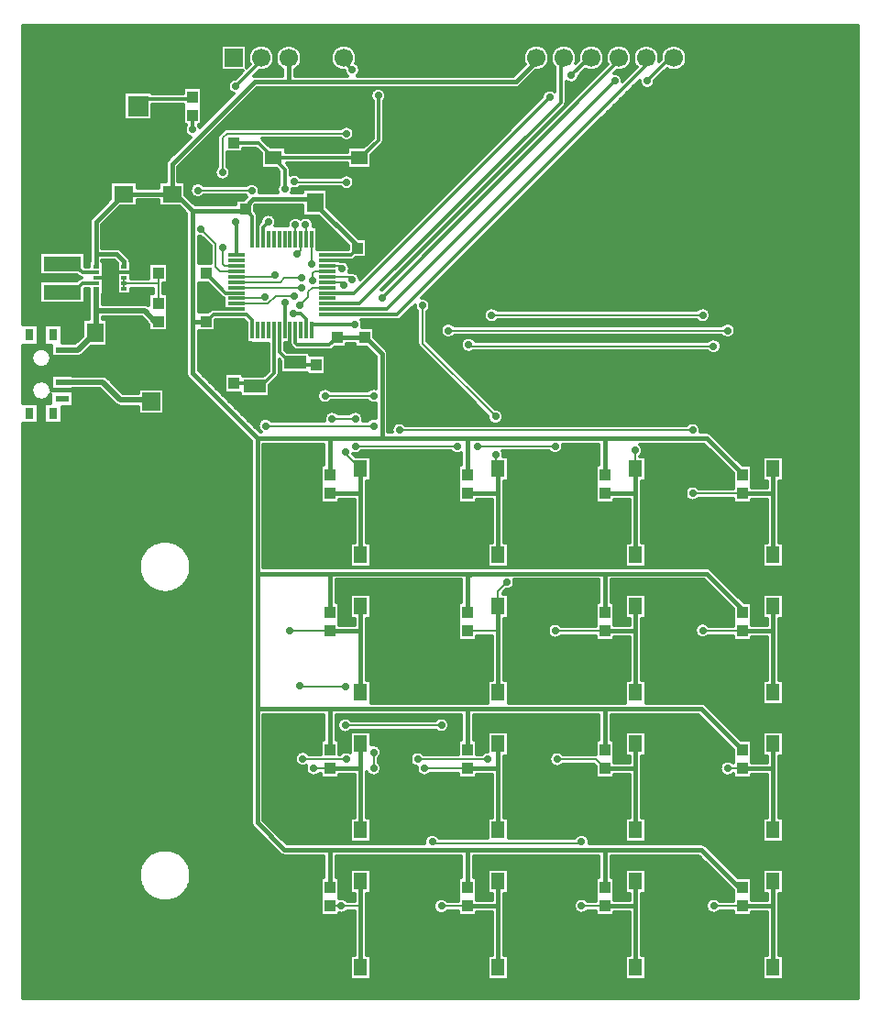
<source format=gbr>
G04 DipTrace Beta 3.0.9.0*
G04 Top.gbr*
%MOIN*%
G04 #@! TF.FileFunction,Copper,L1,Top*
G04 #@! TF.Part,Single*
%AMOUTLINE0*
4,1,22,
-0.015748,0.062992,
-0.015748,0.043307,
-0.021621,0.043314,
-0.023387,0.041105,
-0.027559,0.035433,
-0.027559,-0.043307,
-0.015748,-0.043307,
-0.015748,-0.062992,
-0.003937,-0.062992,
-0.003937,-0.043307,
0.003937,-0.043307,
0.003937,-0.062992,
0.015748,-0.062992,
0.015748,-0.043307,
0.027559,-0.043307,
0.027559,0.043307,
0.015748,0.043307,
0.015748,0.062992,
0.003937,0.062992,
0.003937,0.043307,
-0.003937,0.043307,
-0.003937,0.062992,
-0.015748,0.062992,
0*%
G04 #@! TA.AperFunction,Conductor*
%ADD13C,0.015748*%
G04 #@! TA.AperFunction,CopperBalancing*
%ADD14C,0.011811*%
G04 #@! TA.AperFunction,Conductor*
%ADD15C,0.019685*%
%ADD16C,0.007874*%
G04 #@! TA.AperFunction,ComponentPad*
%ADD17R,0.066929X0.066929*%
%ADD18C,0.066929*%
%ADD19R,0.03937X0.043307*%
%ADD20R,0.043307X0.03937*%
%ADD21R,0.062992X0.070866*%
%ADD22R,0.070866X0.062992*%
%ADD23R,0.137795X0.055118*%
G04 #@! TA.AperFunction,ComponentPad*
%ADD24R,0.074803X0.074803*%
%ADD25C,0.074803*%
%ADD27R,0.051181X0.061024*%
%ADD29R,0.061024X0.051181*%
%ADD31R,0.047244X0.023622*%
%ADD32R,0.027559X0.03937*%
%ADD34R,0.011811X0.062992*%
%ADD35R,0.062992X0.011811*%
%ADD37R,0.023622X0.011811*%
%ADD40R,0.07874X0.047244*%
G04 #@! TA.AperFunction,ViaPad*
%ADD41C,0.027559*%
%ADD79OUTLINE0*%
%FSLAX26Y26*%
G04*
G70*
G90*
G75*
G01*
G04 Top*
%LPD*%
X575000Y2955118D2*
D13*
X400000D1*
X2650000Y1933465D2*
X2653150D1*
X2519685Y2066929D1*
X2150000D1*
X1650000D1*
X1338583D1*
X1150000D1*
X885827D1*
X649606Y2303150D1*
Y2491535D1*
Y2893701D1*
X588189Y2955118D1*
X575000D1*
X885827Y2066929D2*
Y1574803D1*
X1150000D1*
X1661554D1*
X2150000D1*
X2519685D1*
X2661024Y1433465D1*
X2650000D1*
X1650000D2*
Y1563249D1*
X1661554Y1574803D1*
X1150000Y1433465D2*
Y1574803D1*
X2150000Y1433465D2*
Y1574803D1*
Y1933465D2*
Y2066929D1*
X1650000Y1933465D2*
Y2066929D1*
X1150000Y1933465D2*
Y2066929D1*
Y933465D2*
Y1082677D1*
X885827D1*
Y1574803D1*
X1650000Y933465D2*
Y1082677D1*
X1150000D1*
X2150000Y933465D2*
Y1082677D1*
X1650000D1*
X2650000Y933465D2*
X2649213D1*
X2500000Y1082677D1*
X2150000D1*
X1150000Y433465D2*
Y570866D1*
X984252D1*
X885827Y669291D1*
Y1082677D1*
X1650000Y433465D2*
Y570866D1*
X1150000D1*
X2150000Y433465D2*
Y570866D1*
X1650000D1*
X2650000Y433465D2*
X2637402D1*
X2500000Y570866D1*
X2150000D1*
X298819Y2689379D2*
D14*
Y2693751D1*
D13*
Y2740067D1*
Y2853937D1*
X400000Y2955118D1*
X401181Y2689379D2*
D14*
Y2693749D1*
D13*
Y2709055D1*
X374016Y2736220D1*
X302665D1*
X298819Y2740067D1*
X700000Y2491535D2*
X649606D1*
X841535Y2900000D2*
Y2893701D1*
X649606D1*
X841535Y2900000D2*
Y2908465D1*
X870571Y2937500D1*
X1082382D1*
X1094882Y2925000D1*
X809646Y2516732D2*
D14*
X725197D1*
X700000Y2491535D1*
X866732Y2790354D2*
Y2874803D1*
X841535Y2900000D1*
X1140354Y2733268D2*
X1224803D1*
X1250000Y2758465D1*
Y2765748D1*
D13*
X1090748Y2925000D1*
D14*
X1094882D1*
X1175000Y2433465D2*
D13*
X1275000D1*
X1279035D1*
X1338583Y2373917D1*
Y2066929D1*
X866732Y2459646D2*
D14*
Y2495768D1*
X845768Y2516732D1*
X809646D1*
X1024213Y2459646D2*
Y2413287D1*
X1031004Y2406496D1*
X1148031D1*
X1175000Y2433465D1*
X1900000Y3450000D2*
D13*
Y3437500D1*
X1825000Y3362500D1*
X1000000D1*
X875000D1*
X575000Y3062500D1*
Y2955118D1*
X1000000Y3437500D2*
Y3450000D1*
Y3362500D1*
X500000Y2200000D2*
D15*
Y2206249D1*
X387500D1*
X323277Y2270472D1*
X174803D1*
X809646Y2595472D2*
D14*
X771063D1*
X700000Y2666535D1*
X1761412Y456496D2*
D13*
Y366535D1*
X1761421D1*
Y143504D1*
X1650000Y366535D2*
X1761421D1*
X1038386Y2549213D2*
D16*
X1070866Y2581693D1*
Y2599409D1*
X1086614Y2615157D1*
X1140354D1*
X1206295Y1164370D2*
X1038386D1*
Y1166339D1*
X1555118Y1023622D2*
X1205709D1*
X1650000Y366535D2*
X1555118D1*
Y366142D1*
X1261412Y1956496D2*
D13*
Y1866535D1*
X1261421D1*
Y1643504D1*
X1150000Y1866535D2*
X1261421D1*
X1140354Y2634843D2*
D16*
Y2632874D1*
Y2634843D2*
X1188976D1*
X1200787Y2623031D1*
X1206249Y2018751D2*
Y2011659D1*
X1261412Y1956496D1*
X1761421Y1643504D2*
D13*
Y1866535D1*
X1761412D1*
Y1956496D1*
X1650000Y1866535D2*
X1761412D1*
X1140354Y2654528D2*
D16*
Y2652559D1*
X1220472D1*
X1230315Y2642717D1*
X1486220Y2549213D2*
Y2411417D1*
X1751969Y2145669D1*
Y2007874D2*
Y1965940D1*
X1761412Y1956496D1*
X2261412D2*
D13*
Y1866535D1*
X2261421D1*
Y1643504D1*
X2150000Y1866535D2*
X2261421D1*
X1209646Y3175000D2*
D16*
X774803D1*
X759055Y3159252D1*
Y3032972D1*
Y2760827D2*
Y2700591D1*
X765748Y2693898D1*
X809646D1*
X2150000Y1866535D2*
Y1855906D1*
X2258858Y2022638D2*
Y1959050D1*
X2261412Y1956496D1*
X1261421Y1143504D2*
D13*
Y1366535D1*
X1261412D1*
Y1456496D1*
X1150000Y1366535D2*
X1261412D1*
X679134Y2828343D2*
D16*
X733465Y2774012D1*
Y2689962D1*
X749214Y2674213D1*
X809646D1*
X1150000Y1366535D2*
X1003937D1*
Y1368110D1*
X1761412Y1456496D2*
D13*
Y1362811D1*
X1761421D1*
Y1143504D1*
X1209646Y2998031D2*
D16*
X1019685D1*
Y3000000D1*
X950787Y2660433D2*
X944882Y2654528D1*
X809646D2*
X944882D1*
X1650000Y1366535D2*
X1757688D1*
X1761412Y1362811D1*
Y1456496D2*
Y1512199D1*
X1793307Y1544094D1*
X2261412Y1456496D2*
D13*
Y1366535D1*
X2261421D1*
Y1143504D1*
X2150000Y1366535D2*
X2261421D1*
X2150000D2*
D16*
X1968114D1*
X1687402Y2037252D2*
X1968114D1*
X1241685D2*
X1612598D1*
X1157480Y2137795D2*
X1241685D1*
X1047839Y2650591D2*
X984252D1*
X968504Y2634843D1*
X809646D1*
X1261412Y956496D2*
D13*
Y866535D1*
X1261421D1*
Y643504D1*
X1150000Y866535D2*
X1261412D1*
X1150000D2*
D16*
X1090551D1*
X1045276Y2615157D2*
X809646D1*
X1761412Y956496D2*
D13*
Y866535D1*
X1761421D1*
Y643504D1*
X1650000Y866535D2*
X1761412D1*
X669291Y2968504D2*
D16*
X865161D1*
Y2967028D1*
X1308657Y2112205D2*
X915354D1*
X1308657Y866535D2*
Y925591D1*
X1650000Y866535D2*
X1493169D1*
X913386Y2581693D2*
X907480Y2575787D1*
X809646D1*
X2261412Y956496D2*
D13*
Y866535D1*
X2261421D1*
Y643504D1*
X2150000Y866535D2*
X2261412D1*
X1020220Y2584646D2*
D16*
X953248D1*
X924705Y2556102D1*
X809646D1*
X1208260Y900000D2*
X1051181D1*
Y901575D1*
X1724008Y900000D2*
X1468114D1*
X2150000Y866535D2*
X2116535Y900000D1*
X1975988D1*
X1261412Y456496D2*
D13*
Y366535D1*
X1261421D1*
Y143504D1*
X1140354Y2674213D2*
D16*
X1094488D1*
X1086614Y2666339D1*
Y2640748D1*
X1150000Y366535D2*
X1191339D1*
X1261412D1*
X2261412Y456496D2*
D13*
Y366535D1*
X2261421D1*
Y143504D1*
X2150000Y366535D2*
X2261412D1*
X2150000D2*
D16*
X2064539D1*
X1521654Y600394D2*
Y595472D1*
X2064539D1*
Y600394D1*
X1193504Y2684059D2*
X1183665Y2693898D1*
X1140354D1*
X2761412Y1956496D2*
D13*
Y1866535D1*
X2761421D1*
Y1643504D1*
X2650000Y1866535D2*
X2761412D1*
X2650000D2*
D16*
X2468114D1*
X1402563Y2096457D2*
X2468114D1*
X1131890Y2221264D2*
X1309055D1*
X1083268Y2699803D2*
Y2790354D1*
X2761412Y1456496D2*
D13*
Y1366535D1*
X2761421D1*
Y1143504D1*
X2650000Y1366535D2*
X2761412D1*
X2650000D2*
D16*
X2504921D1*
Y1368110D1*
X1737205Y2514764D2*
X2504921D1*
X1061220Y2843504D2*
X1063583Y2841142D1*
Y2790354D1*
X2761412Y956496D2*
D13*
Y866535D1*
X2761421D1*
Y643504D1*
X2650000Y866535D2*
X2761412D1*
X1028543Y2736220D2*
D16*
X1043898Y2751575D1*
Y2790354D1*
X2596067Y2458661D2*
X1580319D1*
X2650000Y866535D2*
X2596067D1*
X2761412Y456496D2*
D13*
Y366535D1*
X2761421D1*
Y143504D1*
X2650000Y366535D2*
X2761412D1*
X1024213Y2843504D2*
D16*
Y2790354D1*
X2544291Y2401575D2*
X1653543D1*
Y2406496D1*
X2650000Y366535D2*
X2544886D1*
X650000Y3308465D2*
D14*
Y3300000D1*
X477953D1*
X452953Y3275000D1*
X1140354Y2516732D2*
X1394685D1*
X2327953Y3450000D1*
D16*
X2300000D1*
X1083268Y2459646D2*
Y2480315D1*
D14*
X1240157D1*
X1338583Y2578740D2*
X2200000Y3440157D1*
D16*
Y3450000D1*
X1438587Y1956496D2*
D13*
Y1643504D1*
X1438577D1*
X1938587Y1956496D2*
Y1643504D1*
X1938577D1*
X2438587Y1956496D2*
Y1643504D1*
X2438577D1*
X2938587Y1956496D2*
Y1643504D1*
X2938577D1*
X1438587Y1456496D2*
Y1143504D1*
X1438577D1*
X1938587Y1456496D2*
Y1143504D1*
X1938577D1*
X2438587Y1456496D2*
Y1143504D1*
X2438577D1*
X2938587Y1456496D2*
Y1143504D1*
X2938577D1*
X2938587Y956496D2*
Y643504D1*
X2938577D1*
X2438587Y956496D2*
Y643504D1*
X2438577D1*
X1938587Y956496D2*
Y643504D1*
X1938577D1*
X1438587Y956496D2*
Y643504D1*
X1438577D1*
X1438587Y456496D2*
Y143504D1*
X1438577D1*
X1938587Y456496D2*
Y143504D1*
X1938577D1*
X2438587Y456496D2*
Y143504D1*
X2438577D1*
X2938587Y456496D2*
Y143504D1*
X2938577D1*
X800000Y3208465D2*
D14*
X888382D1*
X943504Y3263587D1*
X1256487D1*
X1256496Y3263577D1*
X809646Y2536417D2*
X722047D1*
X700000Y2558465D1*
X1140354Y2713583D2*
X1227953D1*
X1250000Y2691535D1*
X1275000Y2366535D2*
X1175000D1*
X1100000Y2266535D2*
X1032677D1*
X1022835Y2256693D1*
X800000Y2333465D2*
X867323D1*
X877165Y2343307D1*
X405118Y2450000D2*
D15*
X413386D1*
Y2393701D1*
X600000Y2207087D1*
Y2200000D1*
X298819Y2650009D2*
D14*
X349991D1*
X350000Y2650000D1*
X401181Y2669694D2*
X369694D1*
X350000Y2650000D1*
X401181Y2669694D2*
X461230D1*
X525000Y2733465D1*
X350000Y2650000D2*
D15*
Y2568751D1*
X361369Y2493749D2*
X405118Y2450000D1*
X400000Y2844882D2*
D13*
X476311D1*
X575000D1*
X525000Y2733465D2*
Y2794882D1*
X575000Y2844882D1*
X2938587Y956496D2*
D14*
Y1143504D1*
X2938577D1*
X2938587Y1456496D2*
Y1643504D1*
X2938577D1*
X2438577Y143504D2*
Y135241D1*
X2495079Y78740D1*
X2878937D1*
X2938577Y138381D1*
Y143504D1*
X908465Y2900000D2*
X1041732D1*
X1100000Y2266535D2*
X1226378D1*
X1938587Y956496D2*
Y1028543D1*
X1938976D1*
Y1048228D1*
X1250000Y2691535D2*
X1283465D1*
Y2905315D1*
X1263780Y2925000D1*
X1205118D1*
X1067520Y3023622D2*
X1151772D1*
X2438587Y456496D2*
Y482283D1*
X2436024D1*
Y541339D1*
X2438577Y643504D2*
X2434843D1*
X2391732Y600394D1*
X1938577Y1143504D2*
Y1146654D1*
X1953740D1*
X1929134Y1122047D1*
X1879921D1*
X1438577Y1143504D2*
X1384646D1*
X1373031Y1131890D1*
Y1126969D1*
X1438587Y956496D2*
X1390945D1*
X1373031Y974409D1*
Y979331D1*
X1438587Y1456496D2*
Y1464957D1*
X1387795Y1515748D1*
X700000Y2558465D2*
Y2607681D1*
X2438587Y956496D2*
X2436024D1*
Y1043307D1*
X1938587Y1456496D2*
Y1540354D1*
X1938976D1*
X2438577Y1143504D2*
Y1139365D1*
X2411417Y1112205D1*
X2391732D1*
X2438587Y1456496D2*
X2440945D1*
Y1540354D1*
X2438577Y1643504D2*
Y1619094D1*
X2416339D1*
X2406496Y1609252D1*
X2386811D1*
X1438577Y1643504D2*
Y1638780D1*
X1387795D1*
X1438577Y643504D2*
Y625000D1*
X1400591D1*
X1381890Y606299D1*
X1438587Y456496D2*
X1437008D1*
Y531496D1*
X1938577Y643504D2*
Y629921D1*
X1889764D1*
X1938587Y456496D2*
X1938976D1*
Y521654D1*
X1938577Y1643504D2*
X1899404Y1604331D1*
X1894685D1*
X1205118Y2925000D2*
X1165551D1*
X1151772Y2938780D1*
Y2954528D1*
X1004528Y2459646D2*
Y2400984D1*
X1023622Y2381890D1*
X1122047D1*
X1141732Y2362205D1*
X1170669D1*
X1175000Y2366535D1*
X700000Y2733465D2*
Y2764567D1*
X687795Y2776772D1*
X679134D1*
X1226378Y2366535D2*
X1175000D1*
X2938577Y643504D2*
Y456505D1*
X2938587Y456496D1*
X908465Y2900000D2*
X886417Y2877953D1*
Y2790354D1*
X2438577Y135428D2*
X2381890Y78740D1*
X1993110D1*
X1938577Y133273D1*
Y143504D1*
Y137396D1*
X1879921Y78740D1*
X1496063D1*
X1438577Y136226D1*
Y143504D1*
X575000Y2844882D2*
X594488D1*
Y2610236D1*
X590551D1*
X476311Y2844882D2*
D13*
Y2893634D1*
X1438577Y143504D2*
D14*
X1434843D1*
X1370079Y78740D1*
X988189D1*
X720472Y346457D1*
Y2181102D1*
X594488Y2307087D1*
Y2370079D1*
Y2606299D1*
X590551Y2610236D1*
X800000Y2333465D2*
Y2325984D1*
X783465Y2342520D1*
X759843D1*
X732283Y2370079D1*
X700787D1*
X590551D2*
X594488D1*
X1022835Y2256693D2*
X1008662D1*
X944882Y2192913D1*
X811024D1*
X700787Y2303150D1*
Y2370079D1*
X800000Y3208465D2*
X771457D1*
X661417Y3098425D1*
X298819Y2630324D2*
X249075D1*
X217570Y2598819D1*
X175000D1*
X298819Y2669694D2*
X249055D1*
X217568Y2701181D1*
X175000D1*
X800000Y3141535D2*
X888381D1*
X943504Y3086412D1*
X1256487D1*
X1256496Y3086421D1*
X1261421D1*
X1325000Y3150000D1*
Y3312500D1*
X1231249Y3406251D2*
X1187500Y3450000D1*
X1200000D1*
X984843Y2459646D2*
Y2559055D1*
Y2972441D2*
Y3045073D1*
X943504Y3086412D1*
X800000Y2266535D2*
X867323D1*
D16*
X877165Y2256693D1*
X945472Y2459646D2*
D14*
Y2303740D1*
X898425Y2256693D1*
X877165D1*
X1100000Y2333465D2*
X1032677D1*
D16*
X1022835Y2343307D1*
X965157Y2459646D2*
D14*
Y2381299D1*
X1003150Y2343307D1*
X1022835D1*
X1140354Y2595472D2*
X1237205D1*
X1948819Y3307087D1*
X2027559Y3385827D2*
X2106299Y3464567D1*
D16*
Y3456299D1*
X2100000Y3450000D1*
X1140354Y2536417D2*
D14*
X1355315D1*
X2185039Y3366142D1*
X2303150D2*
X2387008Y3450000D1*
D16*
X2400000D1*
X1140354Y2556102D2*
D14*
X1256890D1*
X1988189Y3287402D1*
Y3438189D1*
D16*
X2000000Y3450000D1*
X809646Y2733268D2*
D14*
Y2851772D1*
X807087Y2854331D1*
Y3346457D2*
X910630Y3450000D1*
X900000D1*
X906102Y2790354D2*
Y2835236D1*
X925197Y2854331D1*
X1063583Y2459646D2*
Y2499409D1*
X1043307Y2519685D1*
X1015748D1*
X649606Y3188976D2*
Y3241142D1*
X650000Y3241535D1*
X298819Y2610639D2*
Y2606249D1*
D15*
Y2531249D1*
Y2453937D1*
X294882Y2450000D1*
X525000Y2491535D2*
X514714D1*
X475000Y2531249D1*
X298819D1*
X174803Y2388583D2*
X233465D1*
X294882Y2450000D1*
X401181Y2650009D2*
D16*
Y2630324D1*
Y2610630D1*
X525000Y2666535D2*
Y2630324D1*
Y2558465D1*
X401181Y2630324D2*
X525000D1*
D41*
X1200787Y2623031D3*
X1206249Y2018751D3*
X1230315Y2642717D3*
X1486220Y2549213D3*
X1751969Y2145669D3*
Y2007874D3*
X1240157Y2480315D3*
X1338583Y2578740D3*
X350000Y2568751D3*
X361369Y2493749D3*
X476311Y2893634D3*
X700787Y2370079D3*
X590551D3*
X661417Y3098425D3*
X1325000Y3312500D3*
X1231249Y3406251D3*
X984843Y2559055D3*
Y2972441D3*
X1948819Y3307087D3*
X2027559Y3385827D3*
X2185039Y3366142D3*
X2303150D3*
X807087Y2854331D3*
Y3346457D3*
X925197Y2854331D3*
X1015748Y2519685D3*
X649606Y3188976D3*
X1038386Y2549213D3*
Y1166339D3*
X1206295Y1164370D3*
X1205709Y1023622D3*
X1555118D3*
Y366142D3*
X759055Y2760827D3*
Y3032972D3*
X1209646Y3175000D3*
X2258858Y2022638D3*
X679134Y2828343D3*
X1003937Y1368110D3*
X950787Y2660433D3*
X1019685Y3000000D3*
X1209646Y2998031D3*
X1793307Y1544094D3*
X1968114Y1366535D3*
Y2037252D3*
X1687402D3*
X1612598D3*
X1241685D3*
Y2137795D3*
X1157480D3*
X1047839Y2650591D3*
X1090551Y866535D3*
X1045276Y2615157D3*
X913386Y2581693D3*
X865161Y2967028D3*
X669291Y2968504D3*
X915354Y2112205D3*
X1308657D3*
Y925591D3*
Y866535D3*
X1493169D3*
X1020220Y2584646D3*
X1051181Y901575D3*
X1208260Y900000D3*
X1468114D3*
X1724008D3*
X1975988D3*
X1086614Y2640748D3*
X1191339Y366535D3*
X2064539D3*
Y600394D3*
X1521654D3*
X1193504Y2684059D3*
X2468114Y1866535D3*
Y2096457D3*
X1402563D3*
X1309055Y2221264D3*
X1131890D3*
X1083268Y2699803D3*
X2504921Y1368110D3*
Y2514764D3*
X1737205D3*
X1061220Y2843504D3*
X1028543Y2736220D3*
X1580319Y2458661D3*
X2596067D3*
Y866535D3*
X1024213Y2843504D3*
X1653543Y2406496D3*
X2544291Y2401575D3*
X2544886Y366535D3*
X679134Y2776772D3*
X590551Y2610236D3*
X1041732Y2900000D3*
X1151772Y2954528D3*
Y3023622D3*
X2436024Y541339D3*
X2391732Y600394D3*
X1879921Y1122047D3*
X1938976Y1048228D3*
X1373031Y1126969D3*
Y979331D3*
X700000Y2607681D3*
X1938976Y1540354D3*
X2391732Y1112205D3*
X2440945Y1540354D3*
X2386811Y1609252D3*
X1387795Y1638780D3*
Y1515748D3*
X1381890Y606299D3*
X1437008Y531496D3*
X1889764Y629921D3*
X1938976Y521654D3*
X1894685Y1604331D3*
X1067520Y3023622D3*
X1226378Y2266535D3*
X1067520Y3263587D3*
X2436024Y1043307D3*
X1226378Y2366535D3*
X33071Y3556430D2*
D14*
X3066937D1*
X33071Y3544751D2*
X3066937D1*
X33071Y3533071D2*
X3066937D1*
X33071Y3521391D2*
X3066937D1*
X33071Y3509711D2*
X3066937D1*
X33071Y3498031D2*
X3066937D1*
X33071Y3486352D2*
X751100D1*
X848896D2*
X867919D1*
X932081D2*
X967920D1*
X1032083D2*
X1167900D1*
X1232085D2*
X1867911D1*
X1932097D2*
X1967912D1*
X2032098D2*
X2067915D1*
X2132100D2*
X2167916D1*
X2232101D2*
X2267917D1*
X2332080D2*
X2367919D1*
X2432081D2*
X3066937D1*
X33071Y3474672D2*
X751100D1*
X848896D2*
X857976D1*
X942024D2*
X957978D1*
X1042025D2*
X1157980D1*
X1242029D2*
X1857969D1*
X1942016D2*
X1957970D1*
X2042017D2*
X2057971D1*
X2142020D2*
X2157974D1*
X2242021D2*
X2257975D1*
X2342022D2*
X2357976D1*
X2442024D2*
X3066937D1*
X33071Y3462992D2*
X751100D1*
X1047100D2*
X1152906D1*
X1247104D2*
X1852916D1*
X2447098D2*
X3066937D1*
X33071Y3451312D2*
X751100D1*
X1048877D2*
X1151130D1*
X1248879D2*
X1851117D1*
X2448875D2*
X3066937D1*
X33071Y3439633D2*
X751100D1*
X1047747D2*
X1152236D1*
X1247749D2*
X1852248D1*
X2447768D2*
X3066937D1*
X33071Y3427953D2*
X751100D1*
X848896D2*
X856518D1*
X943500D2*
X956501D1*
X1043501D2*
X1156504D1*
X1250172D2*
X1856492D1*
X1943492D2*
X1956493D1*
X2143496D2*
X2156497D1*
X2243497D2*
X2256499D1*
X2443500D2*
X3066937D1*
X33071Y3416273D2*
X751100D1*
X934942D2*
X965060D1*
X1034944D2*
X1165063D1*
X1258614D2*
X1846319D1*
X1934934D2*
X1965075D1*
X2134937D2*
X2146440D1*
X2234938D2*
X2264550D1*
X2434942D2*
X3066937D1*
X33071Y3404593D2*
X751100D1*
X915841D2*
X976710D1*
X1023294D2*
X1184164D1*
X1260413D2*
X1834647D1*
X1915857D2*
X1966874D1*
X2075997D2*
X2084155D1*
X2115836D2*
X2134766D1*
X2215839D2*
X2252877D1*
X2371273D2*
X2384159D1*
X2415841D2*
X3066937D1*
X33071Y3392913D2*
X823881D1*
X883222D2*
X976710D1*
X1023294D2*
X1205409D1*
X1257092D2*
X1822950D1*
X1887874D2*
X1966874D1*
X2064324D2*
X2123093D1*
X2194522D2*
X2241203D1*
X2359600D2*
X3066937D1*
X33071Y3381234D2*
X812185D1*
X1876178D2*
X1966874D1*
X2056390D2*
X2111398D1*
X2209840D2*
X2229508D1*
X2347904D2*
X3066937D1*
X33071Y3369554D2*
X790017D1*
X1864507D2*
X1966874D1*
X2051568D2*
X2099726D1*
X2336232D2*
X3066937D1*
X33071Y3357874D2*
X780304D1*
X1852833D2*
X1966874D1*
X2009514D2*
X2024269D1*
X2030852D2*
X2088052D1*
X2265504D2*
X2275184D1*
X2331110D2*
X3066937D1*
X33071Y3346194D2*
X777883D1*
X1841114D2*
X1966874D1*
X2009514D2*
X2076357D1*
X2253808D2*
X2282266D1*
X2324029D2*
X3066937D1*
X33071Y3334514D2*
X614882D1*
X685110D2*
X780535D1*
X879462D2*
X1306472D1*
X1343529D2*
X1941845D1*
X1955787D2*
X1966874D1*
X2009514D2*
X2064685D1*
X2242136D2*
X3066937D1*
X33071Y3322835D2*
X400114D1*
X505777D2*
X614882D1*
X685110D2*
X790824D1*
X867790D2*
X1297752D1*
X1352249D2*
X1924451D1*
X2009514D2*
X2053012D1*
X2230463D2*
X3066937D1*
X33071Y3311155D2*
X400114D1*
X685110D2*
X791193D1*
X856117D2*
X1295815D1*
X1354186D2*
X1919907D1*
X2009514D2*
X2041340D1*
X2218768D2*
X3066937D1*
X33071Y3299475D2*
X400114D1*
X685110D2*
X779521D1*
X844421D2*
X1298999D1*
X1351004D2*
X1911533D1*
X2009514D2*
X2029643D1*
X2207094D2*
X3066937D1*
X33071Y3287795D2*
X400114D1*
X685110D2*
X767848D1*
X832748D2*
X1303681D1*
X1346320D2*
X1899861D1*
X2009514D2*
X2017971D1*
X2195423D2*
X3066937D1*
X33071Y3276115D2*
X400114D1*
X505777D2*
X614882D1*
X685110D2*
X756152D1*
X821076D2*
X1303681D1*
X1346320D2*
X1888188D1*
X2183727D2*
X3066937D1*
X33071Y3264436D2*
X400114D1*
X505777D2*
X614882D1*
X685110D2*
X744480D1*
X809381D2*
X1303681D1*
X1346320D2*
X1876492D1*
X2172054D2*
X3066937D1*
X33071Y3252756D2*
X400114D1*
X505777D2*
X614882D1*
X685110D2*
X732807D1*
X797707D2*
X1303681D1*
X1346320D2*
X1864820D1*
X2160382D2*
X3066937D1*
X33071Y3241076D2*
X400114D1*
X505777D2*
X614882D1*
X685110D2*
X721112D1*
X786035D2*
X1303681D1*
X1346320D2*
X1853147D1*
X2148709D2*
X3066937D1*
X33071Y3229396D2*
X400114D1*
X505777D2*
X614882D1*
X685110D2*
X709438D1*
X774340D2*
X1303681D1*
X1346320D2*
X1841451D1*
X2137013D2*
X3066937D1*
X33071Y3217717D2*
X614882D1*
X685110D2*
X697766D1*
X762667D2*
X1303681D1*
X1346320D2*
X1829780D1*
X2125341D2*
X3066937D1*
X33071Y3206037D2*
X614882D1*
X750995D2*
X1303681D1*
X1346320D2*
X1818106D1*
X2113668D2*
X3066937D1*
X33071Y3194357D2*
X620925D1*
X739322D2*
X1188201D1*
X1231094D2*
X1303681D1*
X1346320D2*
X1806411D1*
X2101972D2*
X3066937D1*
X33071Y3182677D2*
X621110D1*
X727626D2*
X755598D1*
X1237783D2*
X1303681D1*
X1346320D2*
X1794738D1*
X2090299D2*
X3066937D1*
X33071Y3170997D2*
X626923D1*
X715953D2*
X743995D1*
X1238568D2*
X1303681D1*
X1346320D2*
X1783066D1*
X2078627D2*
X3066937D1*
X33071Y3159318D2*
X639357D1*
X704281D2*
X739705D1*
X1234070D2*
X1303681D1*
X1346320D2*
X1771370D1*
X2066932D2*
X3066937D1*
X33071Y3147638D2*
X627684D1*
X692585D2*
X739705D1*
X911942D2*
X1202387D1*
X1216907D2*
X1292978D1*
X1346182D2*
X1759697D1*
X2055259D2*
X3066937D1*
X33071Y3135958D2*
X616012D1*
X680912D2*
X739705D1*
X923638D2*
X1281282D1*
X1340622D2*
X1748025D1*
X2043587D2*
X3066937D1*
X33071Y3124278D2*
X604316D1*
X669240D2*
X739705D1*
X989453D2*
X1210554D1*
X1328950D2*
X1736352D1*
X2031891D2*
X3066937D1*
X33071Y3112598D2*
X592643D1*
X657545D2*
X739705D1*
X835125D2*
X887642D1*
X989453D2*
X1210554D1*
X1317277D2*
X1724656D1*
X2020218D2*
X3066937D1*
X33071Y3100919D2*
X580971D1*
X645871D2*
X739705D1*
X778423D2*
X897562D1*
X1305581D2*
X1712984D1*
X2008546D2*
X3066937D1*
X33071Y3089239D2*
X569276D1*
X634199D2*
X739705D1*
X778423D2*
X897562D1*
X1302445D2*
X1701311D1*
X1996873D2*
X3066937D1*
X33071Y3077559D2*
X557626D1*
X622503D2*
X739705D1*
X778423D2*
X897562D1*
X1302445D2*
X1689615D1*
X1985177D2*
X3066937D1*
X33071Y3065879D2*
X551974D1*
X610831D2*
X739705D1*
X778423D2*
X897562D1*
X993697D2*
X1210554D1*
X1302445D2*
X1677942D1*
X1973504D2*
X3066937D1*
X33071Y3054199D2*
X551697D1*
X599157D2*
X739566D1*
X778538D2*
X897562D1*
X1003986D2*
X1210554D1*
X1302445D2*
X1666270D1*
X1961832D2*
X3066937D1*
X33071Y3042520D2*
X551697D1*
X598304D2*
X731516D1*
X786589D2*
X957724D1*
X1006177D2*
X1654575D1*
X1950136D2*
X3066937D1*
X33071Y3030840D2*
X551697D1*
X598304D2*
X729924D1*
X788181D2*
X963514D1*
X1006177D2*
X1642902D1*
X1938463D2*
X3066937D1*
X33071Y3019160D2*
X551697D1*
X598304D2*
X733476D1*
X784629D2*
X963514D1*
X1041333D2*
X1190046D1*
X1229248D2*
X1631230D1*
X1926791D2*
X3066937D1*
X33071Y3007480D2*
X551697D1*
X598304D2*
X746210D1*
X771894D2*
X963514D1*
X1237207D2*
X1619534D1*
X1915096D2*
X3066937D1*
X33071Y2995801D2*
X349134D1*
X450874D2*
X524130D1*
X625871D2*
X661734D1*
X676853D2*
X963514D1*
X1238776D2*
X1607861D1*
X1903423D2*
X3066937D1*
X33071Y2984121D2*
X349134D1*
X450874D2*
X524130D1*
X625871D2*
X644824D1*
X888551D2*
X958185D1*
X1235154D2*
X1596188D1*
X1891749D2*
X3066937D1*
X33071Y2972441D2*
X349134D1*
X625871D2*
X640349D1*
X893857D2*
X955625D1*
X1025992D2*
X1047945D1*
X1141819D2*
X1197035D1*
X1222259D2*
X1584492D1*
X1880054D2*
X3066937D1*
X33071Y2960761D2*
X349134D1*
X625871D2*
X641180D1*
X893672D2*
X958185D1*
X1011505D2*
X1047945D1*
X1141819D2*
X1572820D1*
X1868382D2*
X3066937D1*
X33071Y2949081D2*
X349134D1*
X626678D2*
X647892D1*
X690693D2*
X842451D1*
X1141819D2*
X1561147D1*
X1856709D2*
X3066937D1*
X33071Y2937402D2*
X349134D1*
X638352D2*
X838022D1*
X1141819D2*
X1549475D1*
X1845013D2*
X3066937D1*
X33071Y2925722D2*
X338152D1*
X450874D2*
X524130D1*
X650047D2*
X804458D1*
X1141819D2*
X1537780D1*
X1833341D2*
X3066937D1*
X33071Y2914042D2*
X326480D1*
X450874D2*
X524130D1*
X879577D2*
X1047945D1*
X1141819D2*
X1526106D1*
X1821668D2*
X3066937D1*
X33071Y2902362D2*
X314785D1*
X379709D2*
X608491D1*
X878631D2*
X1047945D1*
X1145833D2*
X1514434D1*
X1809996D2*
X3066937D1*
X33071Y2890682D2*
X303112D1*
X368013D2*
X620164D1*
X880524D2*
X1047945D1*
X1157529D2*
X1502739D1*
X1798299D2*
X3066937D1*
X33071Y2879003D2*
X291440D1*
X356340D2*
X626323D1*
X887605D2*
X910711D1*
X939694D2*
X1047945D1*
X1169201D2*
X1491066D1*
X1786627D2*
X3066937D1*
X33071Y2867323D2*
X280043D1*
X344668D2*
X626323D1*
X888067D2*
X899176D1*
X951228D2*
X1008244D1*
X1077181D2*
X1115974D1*
X1180874D2*
X1479392D1*
X1774954D2*
X3066937D1*
X33071Y2855643D2*
X275592D1*
X332971D2*
X626323D1*
X888067D2*
X896016D1*
X954388D2*
X997770D1*
X1087677D2*
X1127646D1*
X1192570D2*
X1467697D1*
X1763259D2*
X3066937D1*
X33071Y2843963D2*
X275522D1*
X322106D2*
X626323D1*
X952428D2*
X995003D1*
X1090423D2*
X1139341D1*
X1204243D2*
X1456025D1*
X1751587D2*
X3066937D1*
X33071Y2832283D2*
X275522D1*
X322106D2*
X626323D1*
X1104610D2*
X1151014D1*
X1215915D2*
X1444352D1*
X1739913D2*
X3066937D1*
X33071Y2820604D2*
X275522D1*
X322106D2*
X626323D1*
X1104610D2*
X1162686D1*
X1227588D2*
X1432656D1*
X1728218D2*
X3066937D1*
X33071Y2808924D2*
X275522D1*
X322106D2*
X626323D1*
X1104610D2*
X1174360D1*
X1239283D2*
X1420984D1*
X1716546D2*
X3066937D1*
X33071Y2797244D2*
X275522D1*
X322106D2*
X626323D1*
X672908D2*
X683349D1*
X1104610D2*
X1186055D1*
X1250955D2*
X1409311D1*
X1704873D2*
X3066937D1*
X33071Y2785564D2*
X275522D1*
X322106D2*
X626323D1*
X672908D2*
X695021D1*
X1104610D2*
X1197728D1*
X1285121D2*
X1397615D1*
X1693177D2*
X3066937D1*
X33071Y2773885D2*
X275522D1*
X322106D2*
X626323D1*
X672908D2*
X706717D1*
X1104610D2*
X1209400D1*
X1285121D2*
X1385942D1*
X1681504D2*
X3066937D1*
X33071Y2762205D2*
X275522D1*
X322106D2*
X626323D1*
X672908D2*
X714098D1*
X1104610D2*
X1214891D1*
X1285121D2*
X1374270D1*
X1669832D2*
X3066937D1*
X33071Y2750525D2*
X275522D1*
X392165D2*
X626323D1*
X672908D2*
X714098D1*
X1285121D2*
X1362597D1*
X1658136D2*
X3066937D1*
X33071Y2738845D2*
X90675D1*
X259337D2*
X275522D1*
X403837D2*
X626323D1*
X672908D2*
X714098D1*
X1285121D2*
X1350902D1*
X1646463D2*
X3066937D1*
X33071Y2727165D2*
X90675D1*
X259337D2*
X275522D1*
X415534D2*
X626323D1*
X672908D2*
X714098D1*
X1285121D2*
X1339230D1*
X1634791D2*
X3066937D1*
X33071Y2715486D2*
X90675D1*
X259337D2*
X275522D1*
X423516D2*
X626323D1*
X672908D2*
X714098D1*
X1235454D2*
X1327556D1*
X1623118D2*
X3066937D1*
X33071Y2703806D2*
X90675D1*
X259337D2*
X271577D1*
X326075D2*
X373932D1*
X428429D2*
X626323D1*
X672908D2*
X714098D1*
X1214577D2*
X1315861D1*
X1611423D2*
X3066937D1*
X33071Y2692126D2*
X90675D1*
X259337D2*
X271577D1*
X326075D2*
X373932D1*
X428429D2*
X489874D1*
X560126D2*
X626323D1*
X1221521D2*
X1304189D1*
X1599751D2*
X3066937D1*
X33071Y2680446D2*
X90675D1*
X326075D2*
X373932D1*
X428429D2*
X489874D1*
X560126D2*
X626323D1*
X1222490D2*
X1292516D1*
X1588077D2*
X3066937D1*
X33071Y2668766D2*
X90675D1*
X326075D2*
X373932D1*
X428429D2*
X489874D1*
X560126D2*
X626323D1*
X1241844D2*
X1280820D1*
X1576382D2*
X3066937D1*
X33071Y2657087D2*
X231992D1*
X326075D2*
X373932D1*
X428429D2*
X489874D1*
X560126D2*
X626323D1*
X1255570D2*
X1269147D1*
X1564709D2*
X3066937D1*
X33071Y2645407D2*
X234530D1*
X326075D2*
X373932D1*
X560126D2*
X626323D1*
X1553037D2*
X3066937D1*
X33071Y2633727D2*
X90675D1*
X326075D2*
X373932D1*
X560126D2*
X626323D1*
X1541341D2*
X3066937D1*
X33071Y2622047D2*
X90675D1*
X326075D2*
X373932D1*
X544348D2*
X626323D1*
X672908D2*
X714814D1*
X1529668D2*
X3066937D1*
X33071Y2610367D2*
X90675D1*
X326075D2*
X373932D1*
X428429D2*
X505652D1*
X544348D2*
X626323D1*
X672908D2*
X726509D1*
X1517996D2*
X3066937D1*
X33071Y2598688D2*
X90675D1*
X259337D2*
X271577D1*
X326075D2*
X373932D1*
X428429D2*
X505652D1*
X544348D2*
X626323D1*
X672908D2*
X738182D1*
X1506301D2*
X3066937D1*
X33071Y2587008D2*
X90675D1*
X259337D2*
X273562D1*
X324091D2*
X489874D1*
X560126D2*
X626323D1*
X672908D2*
X749854D1*
X1494627D2*
X3066937D1*
X33071Y2575328D2*
X90675D1*
X259337D2*
X273562D1*
X324091D2*
X489874D1*
X560126D2*
X626323D1*
X672908D2*
X762727D1*
X1497580D2*
X3066937D1*
X33071Y2563648D2*
X90675D1*
X259337D2*
X273562D1*
X324091D2*
X489874D1*
X560126D2*
X626323D1*
X672908D2*
X762727D1*
X1511421D2*
X3066937D1*
X33071Y2551969D2*
X273562D1*
X560126D2*
X626323D1*
X672908D2*
X762727D1*
X1515297D2*
X3066937D1*
X33071Y2540289D2*
X273562D1*
X560126D2*
X626323D1*
X672908D2*
X762727D1*
X1447913D2*
X1458470D1*
X1513982D2*
X1724449D1*
X1749971D2*
X2492165D1*
X2517688D2*
X3066937D1*
X33071Y2528609D2*
X273562D1*
X560126D2*
X626323D1*
X672908D2*
X707408D1*
X1436241D2*
X1466037D1*
X1506415D2*
X1711646D1*
X2530469D2*
X3066937D1*
X33071Y2516929D2*
X273562D1*
X560126D2*
X626323D1*
X1424546D2*
X1466867D1*
X1505585D2*
X1708070D1*
X2534043D2*
X3066937D1*
X33071Y2505249D2*
X273562D1*
X324091D2*
X465768D1*
X560126D2*
X626323D1*
X1412873D2*
X1466867D1*
X1505585D2*
X1709661D1*
X2532475D2*
X3066937D1*
X33071Y2493570D2*
X247955D1*
X341807D2*
X477440D1*
X560126D2*
X626323D1*
X735123D2*
X839268D1*
X1266042D2*
X1466867D1*
X1505585D2*
X1717667D1*
X1756731D2*
X2485383D1*
X2524448D2*
X3066937D1*
X33071Y2481890D2*
X247955D1*
X341807D2*
X489113D1*
X560126D2*
X626323D1*
X735123D2*
X845404D1*
X1269318D2*
X1466867D1*
X1505585D2*
X1563454D1*
X1597189D2*
X2579202D1*
X2612937D2*
X3066937D1*
X89854Y2470210D2*
X110168D1*
X176453D2*
X247955D1*
X341807D2*
X489874D1*
X560126D2*
X626323D1*
X735123D2*
X845404D1*
X1267496D2*
X1466867D1*
X1505585D2*
X1553604D1*
X2622787D2*
X3066937D1*
X89854Y2458530D2*
X110168D1*
X176453D2*
X247955D1*
X341807D2*
X489874D1*
X560126D2*
X626323D1*
X735123D2*
X845404D1*
X1310126D2*
X1466867D1*
X1505585D2*
X1551113D1*
X2625280D2*
X3066937D1*
X89854Y2446850D2*
X110168D1*
X176453D2*
X247955D1*
X341807D2*
X626323D1*
X672908D2*
X845404D1*
X1310126D2*
X1466867D1*
X1505585D2*
X1553719D1*
X2622672D2*
X3066937D1*
X89854Y2435171D2*
X110168D1*
X176453D2*
X244818D1*
X341807D2*
X626323D1*
X672908D2*
X845404D1*
X1310126D2*
X1466867D1*
X1505585D2*
X1563846D1*
X1596798D2*
X2579594D1*
X2612546D2*
X3066937D1*
X89854Y2423491D2*
X110168D1*
X176453D2*
X233146D1*
X341807D2*
X626323D1*
X672908D2*
X845404D1*
X1321453D2*
X1466867D1*
X1505585D2*
X1630076D1*
X1677007D2*
X2525638D1*
X2562949D2*
X3066937D1*
X89854Y2411811D2*
X110168D1*
X341807D2*
X626323D1*
X672908D2*
X861136D1*
X986476D2*
X1002938D1*
X1333148D2*
X1466867D1*
X1512713D2*
X1624840D1*
X2571576D2*
X3066937D1*
X33071Y2400131D2*
X135751D1*
X280260D2*
X626323D1*
X672908D2*
X924136D1*
X986476D2*
X1007782D1*
X1210125D2*
X1239874D1*
X1344822D2*
X1470789D1*
X1524386D2*
X1625070D1*
X2573467D2*
X3066937D1*
X33071Y2388451D2*
X78795D1*
X121203D2*
X135751D1*
X268564D2*
X626323D1*
X672908D2*
X924136D1*
X987676D2*
X1020862D1*
X1158175D2*
X1291593D1*
X1356424D2*
X1482299D1*
X1536081D2*
X1630907D1*
X2570238D2*
X3066937D1*
X33071Y2376772D2*
X67975D1*
X256892D2*
X626323D1*
X672908D2*
X924136D1*
X1077643D2*
X1303265D1*
X1361684D2*
X1493972D1*
X1547753D2*
X2530043D1*
X2558542D2*
X3066937D1*
X33071Y2365092D2*
X63777D1*
X239937D2*
X626323D1*
X672908D2*
X924136D1*
X1135130D2*
X1314962D1*
X1361869D2*
X1505668D1*
X1559427D2*
X3066937D1*
X33071Y2353412D2*
X63707D1*
X136290D2*
X626323D1*
X672908D2*
X924136D1*
X1135130D2*
X1315285D1*
X1361869D2*
X1517340D1*
X1571122D2*
X3066937D1*
X33071Y2341732D2*
X67768D1*
X132231D2*
X626323D1*
X672908D2*
X924136D1*
X1135130D2*
X1315285D1*
X1361869D2*
X1529013D1*
X1582795D2*
X3066937D1*
X33071Y2330052D2*
X78241D1*
X121757D2*
X626323D1*
X672908D2*
X924136D1*
X1135130D2*
X1315285D1*
X1361869D2*
X1540709D1*
X1594467D2*
X3066937D1*
X33071Y2318373D2*
X626323D1*
X672908D2*
X924136D1*
X1135130D2*
X1315285D1*
X1361869D2*
X1552382D1*
X1606140D2*
X3066937D1*
X33071Y2306693D2*
X626323D1*
X678513D2*
X918761D1*
X1135130D2*
X1315285D1*
X1361869D2*
X1564054D1*
X1617836D2*
X3066937D1*
X33071Y2295013D2*
X135751D1*
X213870D2*
X627869D1*
X690186D2*
X764873D1*
X835125D2*
X907066D1*
X964815D2*
X1315285D1*
X1361869D2*
X1575749D1*
X1629508D2*
X3066937D1*
X33071Y2283333D2*
X135751D1*
X345659D2*
X636958D1*
X701882D2*
X764873D1*
X954735D2*
X1315285D1*
X1361869D2*
X1587423D1*
X1641181D2*
X3066937D1*
X33071Y2271654D2*
X80871D1*
X119127D2*
X135751D1*
X357332D2*
X648654D1*
X713554D2*
X764873D1*
X943062D2*
X1315285D1*
X1361869D2*
X1599094D1*
X1652877D2*
X3066937D1*
X33071Y2259974D2*
X68783D1*
X369004D2*
X660327D1*
X725227D2*
X764873D1*
X931966D2*
X1315285D1*
X1361869D2*
X1610768D1*
X1664550D2*
X3066937D1*
X33071Y2248294D2*
X64031D1*
X380701D2*
X671999D1*
X736923D2*
X764873D1*
X931966D2*
X1123286D1*
X1140504D2*
X1300451D1*
X1361869D2*
X1622463D1*
X1676222D2*
X3066937D1*
X33071Y2236614D2*
X63524D1*
X217791D2*
X321890D1*
X392373D2*
X451096D1*
X548892D2*
X683694D1*
X748594D2*
X764873D1*
X931966D2*
X1107253D1*
X1361869D2*
X1634136D1*
X1687917D2*
X3066937D1*
X33071Y2224934D2*
X67052D1*
X217791D2*
X333585D1*
X548892D2*
X695367D1*
X760268D2*
X822358D1*
X931966D2*
X1102916D1*
X1361869D2*
X1645808D1*
X1699591D2*
X3066937D1*
X33071Y2213255D2*
X76510D1*
X123487D2*
X131806D1*
X217791D2*
X345259D1*
X548892D2*
X707039D1*
X771963D2*
X1103840D1*
X1361869D2*
X1657504D1*
X1711262D2*
X3066937D1*
X33071Y2201575D2*
X131806D1*
X217791D2*
X356930D1*
X548892D2*
X718735D1*
X783636D2*
X1110760D1*
X1153030D2*
X1287925D1*
X1361869D2*
X1669177D1*
X1722958D2*
X3066937D1*
X89854Y2189895D2*
X110168D1*
X217791D2*
X368626D1*
X548892D2*
X730408D1*
X795308D2*
X1315285D1*
X1361869D2*
X1680849D1*
X1734631D2*
X3066937D1*
X89854Y2178215D2*
X110168D1*
X176453D2*
X451096D1*
X548892D2*
X742080D1*
X807004D2*
X1315285D1*
X1361869D2*
X1692545D1*
X1746303D2*
X3066937D1*
X89854Y2166535D2*
X110168D1*
X176453D2*
X451096D1*
X548892D2*
X753777D1*
X818677D2*
X1315285D1*
X1361869D2*
X1704218D1*
X1771864D2*
X3066937D1*
X89854Y2154856D2*
X110168D1*
X176453D2*
X451096D1*
X548892D2*
X765449D1*
X830349D2*
X1134059D1*
X1265097D2*
X1315285D1*
X1361869D2*
X1715890D1*
X1779638D2*
X3066937D1*
X89854Y2143176D2*
X110168D1*
X176453D2*
X777122D1*
X842022D2*
X1128799D1*
X1270379D2*
X1315285D1*
X1361869D2*
X1722857D1*
X1781068D2*
X3066937D1*
X89854Y2131496D2*
X110168D1*
X176453D2*
X788818D1*
X853718D2*
X893824D1*
X936879D2*
X1128984D1*
X1270172D2*
X1287140D1*
X1361869D2*
X1726594D1*
X1777331D2*
X3066937D1*
X89854Y2119816D2*
X110168D1*
X176453D2*
X800490D1*
X865391D2*
X887203D1*
X1361869D2*
X1385896D1*
X1419240D2*
X1739950D1*
X1763974D2*
X2451449D1*
X2484793D2*
X3066937D1*
X33071Y2108136D2*
X812163D1*
X877063D2*
X886442D1*
X1361869D2*
X1375908D1*
X2494781D2*
X3066937D1*
X33071Y2096457D2*
X823835D1*
X1361869D2*
X1373348D1*
X2497319D2*
X3066937D1*
X33071Y2084777D2*
X835530D1*
X2533928D2*
X3066937D1*
X33071Y2073097D2*
X847203D1*
X2545970D2*
X3066937D1*
X33071Y2061417D2*
X858875D1*
X2557643D2*
X3066937D1*
X33071Y2049738D2*
X862543D1*
X2569339D2*
X3066937D1*
X33071Y2038058D2*
X862543D1*
X909129D2*
X1126699D1*
X1997311D2*
X2126715D1*
X2283451D2*
X2516110D1*
X2581010D2*
X3066937D1*
X33071Y2026378D2*
X862543D1*
X909129D2*
X1126699D1*
X1995143D2*
X2126715D1*
X2287811D2*
X2527782D1*
X2592684D2*
X3066937D1*
X33071Y2014698D2*
X862543D1*
X909129D2*
X1126699D1*
X1259514D2*
X1594781D1*
X1780329D2*
X1950289D1*
X1985938D2*
X2126715D1*
X2286912D2*
X2539455D1*
X2604379D2*
X3066937D1*
X33071Y2003018D2*
X862543D1*
X909129D2*
X1126699D1*
X1241774D2*
X1626707D1*
X1780768D2*
X2126715D1*
X2280060D2*
X2551151D1*
X2616051D2*
X3066937D1*
X33071Y1991339D2*
X862543D1*
X909129D2*
X1126699D1*
X1302445D2*
X1626707D1*
X1802429D2*
X2126715D1*
X2302437D2*
X2562824D1*
X2627724D2*
X2720381D1*
X2802445D2*
X3066937D1*
X33071Y1979659D2*
X862543D1*
X909129D2*
X1126699D1*
X1302445D2*
X1626707D1*
X1802429D2*
X2126715D1*
X2302437D2*
X2574496D1*
X2639420D2*
X2720381D1*
X2802445D2*
X3066937D1*
X33071Y1967979D2*
X862543D1*
X909129D2*
X1114888D1*
X1302445D2*
X1614874D1*
X1802429D2*
X2114882D1*
X2302437D2*
X2586192D1*
X2685118D2*
X2720381D1*
X2802445D2*
X3066937D1*
X33071Y1956299D2*
X862543D1*
X909129D2*
X1114888D1*
X1302445D2*
X1614874D1*
X1802429D2*
X2114882D1*
X2302437D2*
X2597865D1*
X2685118D2*
X2720381D1*
X2802445D2*
X3066937D1*
X33071Y1944619D2*
X862543D1*
X909129D2*
X1114888D1*
X1302445D2*
X1614874D1*
X1802429D2*
X2114882D1*
X2302437D2*
X2609537D1*
X2685118D2*
X2720381D1*
X2802445D2*
X3066937D1*
X33071Y1932940D2*
X862543D1*
X909129D2*
X1114888D1*
X1302445D2*
X1614874D1*
X1802429D2*
X2114882D1*
X2302437D2*
X2614888D1*
X2685118D2*
X2720381D1*
X2802445D2*
X3066937D1*
X33071Y1921260D2*
X862543D1*
X909129D2*
X1114888D1*
X1302445D2*
X1614874D1*
X1802429D2*
X2114882D1*
X2302437D2*
X2614888D1*
X2685118D2*
X2720381D1*
X2802445D2*
X3066937D1*
X33071Y1909580D2*
X862543D1*
X909129D2*
X1114888D1*
X1284705D2*
X1614874D1*
X1784713D2*
X2114882D1*
X2284720D2*
X2614888D1*
X2685118D2*
X2738121D1*
X2784705D2*
X3066937D1*
X33071Y1897900D2*
X862543D1*
X909129D2*
X1114888D1*
X1284705D2*
X1614874D1*
X1784713D2*
X2114882D1*
X2284720D2*
X2614888D1*
X2685118D2*
X2738121D1*
X2784705D2*
X3066937D1*
X33071Y1886220D2*
X862543D1*
X909129D2*
X1114888D1*
X1284705D2*
X1614874D1*
X1784713D2*
X2114882D1*
X2284720D2*
X2446974D1*
X2489244D2*
X2614888D1*
X2784705D2*
X3066937D1*
X33071Y1874541D2*
X862543D1*
X909129D2*
X1114888D1*
X1284705D2*
X1614874D1*
X1784713D2*
X2114882D1*
X2284720D2*
X2440076D1*
X2784705D2*
X3066937D1*
X33071Y1862861D2*
X862543D1*
X909129D2*
X1114888D1*
X1284705D2*
X1614874D1*
X1784713D2*
X2114882D1*
X2284720D2*
X2439154D1*
X2784705D2*
X3066937D1*
X33071Y1851181D2*
X862543D1*
X909129D2*
X1114888D1*
X1284705D2*
X1614874D1*
X1784713D2*
X2114882D1*
X2284720D2*
X2443491D1*
X2784705D2*
X3066937D1*
X33071Y1839501D2*
X862543D1*
X909129D2*
X1114888D1*
X1185118D2*
X1238121D1*
X1284705D2*
X1614874D1*
X1685126D2*
X1738129D1*
X1784713D2*
X2114882D1*
X2185110D2*
X2238136D1*
X2284720D2*
X2459524D1*
X2476696D2*
X2614888D1*
X2685118D2*
X2738121D1*
X2784705D2*
X3066937D1*
X33071Y1827822D2*
X862543D1*
X909129D2*
X1238121D1*
X1284705D2*
X1738129D1*
X1784713D2*
X2238136D1*
X2284720D2*
X2738121D1*
X2784705D2*
X3066937D1*
X33071Y1816142D2*
X862543D1*
X909129D2*
X1238121D1*
X1284705D2*
X1738129D1*
X1784713D2*
X2238136D1*
X2284720D2*
X2738121D1*
X2784705D2*
X3066937D1*
X33071Y1804462D2*
X862543D1*
X909129D2*
X1238121D1*
X1284705D2*
X1738129D1*
X1784713D2*
X2238136D1*
X2284720D2*
X2738121D1*
X2784705D2*
X3066937D1*
X33071Y1792782D2*
X862543D1*
X909129D2*
X1238121D1*
X1284705D2*
X1738129D1*
X1784713D2*
X2238136D1*
X2284720D2*
X2738121D1*
X2784705D2*
X3066937D1*
X33071Y1781102D2*
X862543D1*
X909129D2*
X1238121D1*
X1284705D2*
X1738129D1*
X1784713D2*
X2238136D1*
X2284720D2*
X2738121D1*
X2784705D2*
X3066937D1*
X33071Y1769423D2*
X862543D1*
X909129D2*
X1238121D1*
X1284705D2*
X1738129D1*
X1784713D2*
X2238136D1*
X2284720D2*
X2738121D1*
X2784705D2*
X3066937D1*
X33071Y1757743D2*
X862543D1*
X909129D2*
X1238121D1*
X1284705D2*
X1738129D1*
X1784713D2*
X2238136D1*
X2284720D2*
X2738121D1*
X2784705D2*
X3066937D1*
X33071Y1746063D2*
X862543D1*
X909129D2*
X1238121D1*
X1284705D2*
X1738129D1*
X1784713D2*
X2238136D1*
X2284720D2*
X2738121D1*
X2784705D2*
X3066937D1*
X33071Y1734383D2*
X862543D1*
X909129D2*
X1238121D1*
X1284705D2*
X1738129D1*
X1784713D2*
X2238136D1*
X2284720D2*
X2738121D1*
X2784705D2*
X3066937D1*
X33071Y1722703D2*
X862543D1*
X909129D2*
X1238121D1*
X1284705D2*
X1738129D1*
X1784713D2*
X2238136D1*
X2284720D2*
X2738121D1*
X2784705D2*
X3066937D1*
X33071Y1711024D2*
X862543D1*
X909129D2*
X1238121D1*
X1284705D2*
X1738129D1*
X1784713D2*
X2238136D1*
X2284720D2*
X2738121D1*
X2784705D2*
X3066937D1*
X33071Y1699344D2*
X862543D1*
X909129D2*
X1238121D1*
X1284705D2*
X1738129D1*
X1784713D2*
X2238136D1*
X2284720D2*
X2738121D1*
X2784705D2*
X3066937D1*
X33071Y1687664D2*
X514188D1*
X585802D2*
X862543D1*
X909129D2*
X1220404D1*
X1302445D2*
X1720388D1*
X1802453D2*
X2220396D1*
X2302437D2*
X2720404D1*
X2802445D2*
X3066937D1*
X33071Y1675984D2*
X492965D1*
X607025D2*
X862543D1*
X909129D2*
X1220404D1*
X1302445D2*
X1720388D1*
X1802453D2*
X2220396D1*
X2302437D2*
X2720404D1*
X2802445D2*
X3066937D1*
X33071Y1664304D2*
X479770D1*
X620219D2*
X862543D1*
X909129D2*
X1220404D1*
X1302445D2*
X1720388D1*
X1802453D2*
X2220396D1*
X2302437D2*
X2720404D1*
X2802445D2*
X3066937D1*
X33071Y1652625D2*
X470450D1*
X629562D2*
X862543D1*
X909129D2*
X1220404D1*
X1302445D2*
X1720388D1*
X1802453D2*
X2220396D1*
X2302437D2*
X2720404D1*
X2802445D2*
X3066937D1*
X33071Y1640945D2*
X463714D1*
X636298D2*
X862543D1*
X909129D2*
X1220404D1*
X1302445D2*
X1720388D1*
X1802453D2*
X2220396D1*
X2302437D2*
X2720404D1*
X2802445D2*
X3066937D1*
X33071Y1629265D2*
X458962D1*
X641028D2*
X862543D1*
X909129D2*
X1220404D1*
X1302445D2*
X1720388D1*
X1802453D2*
X2220396D1*
X2302437D2*
X2720404D1*
X2802445D2*
X3066937D1*
X33071Y1617585D2*
X455917D1*
X644072D2*
X862543D1*
X909129D2*
X1220404D1*
X1302445D2*
X1720388D1*
X1802453D2*
X2220396D1*
X2302437D2*
X2720404D1*
X2802445D2*
X3066937D1*
X33071Y1605906D2*
X454417D1*
X645594D2*
X862543D1*
X909129D2*
X1220404D1*
X1302445D2*
X1720388D1*
X1802453D2*
X2220396D1*
X2302437D2*
X2720404D1*
X2802445D2*
X3066937D1*
X33071Y1594226D2*
X454348D1*
X645640D2*
X862543D1*
X2531437D2*
X3066937D1*
X33071Y1582546D2*
X455756D1*
X644257D2*
X862543D1*
X2544402D2*
X3066937D1*
X33071Y1570866D2*
X458663D1*
X641327D2*
X862543D1*
X2556073D2*
X3066937D1*
X33071Y1559186D2*
X463276D1*
X636736D2*
X862543D1*
X2567747D2*
X3066937D1*
X33071Y1547507D2*
X469827D1*
X630161D2*
X862543D1*
X1173285D2*
X1626707D1*
X1822314D2*
X2126715D1*
X2173299D2*
X2514518D1*
X2579442D2*
X3066937D1*
X33071Y1535827D2*
X478916D1*
X621073D2*
X862543D1*
X1173285D2*
X1626707D1*
X1821276D2*
X2126715D1*
X2173299D2*
X2526214D1*
X2591114D2*
X3066937D1*
X33071Y1524147D2*
X491743D1*
X608270D2*
X862543D1*
X1173285D2*
X1626707D1*
X1814171D2*
X2126715D1*
X2173299D2*
X2537887D1*
X2602787D2*
X3066937D1*
X33071Y1512467D2*
X511950D1*
X588062D2*
X862543D1*
X1173285D2*
X1626707D1*
X1788566D2*
X2126715D1*
X2173299D2*
X2549559D1*
X2614483D2*
X3066937D1*
X33071Y1500787D2*
X862543D1*
X1173285D2*
X1220381D1*
X1302445D2*
X1626707D1*
X1802429D2*
X2126715D1*
X2173299D2*
X2220396D1*
X2302437D2*
X2561255D1*
X2626156D2*
X2720381D1*
X2802445D2*
X3066937D1*
X33071Y1489108D2*
X862543D1*
X1173285D2*
X1220381D1*
X1302445D2*
X1626707D1*
X1802429D2*
X2126715D1*
X2173299D2*
X2220396D1*
X2302437D2*
X2572928D1*
X2637828D2*
X2720381D1*
X2802445D2*
X3066937D1*
X33071Y1477428D2*
X862543D1*
X1173285D2*
X1220381D1*
X1302445D2*
X1626707D1*
X1802429D2*
X2126715D1*
X2173299D2*
X2220396D1*
X2302437D2*
X2584600D1*
X2649524D2*
X2720381D1*
X2802445D2*
X3066937D1*
X33071Y1465748D2*
X862543D1*
X1185118D2*
X1220381D1*
X1302445D2*
X1614874D1*
X1802429D2*
X2114882D1*
X2185110D2*
X2220396D1*
X2302437D2*
X2596297D1*
X2685118D2*
X2720381D1*
X2802445D2*
X3066937D1*
X33071Y1454068D2*
X862543D1*
X1185118D2*
X1220381D1*
X1302445D2*
X1614874D1*
X1802429D2*
X2114882D1*
X2185110D2*
X2220396D1*
X2302437D2*
X2607969D1*
X2685118D2*
X2720381D1*
X2802445D2*
X3066937D1*
X33071Y1442388D2*
X862543D1*
X1185118D2*
X1220381D1*
X1302445D2*
X1614874D1*
X1802429D2*
X2114882D1*
X2185110D2*
X2220396D1*
X2302437D2*
X2614888D1*
X2685118D2*
X2720381D1*
X2802445D2*
X3066937D1*
X33071Y1430709D2*
X862543D1*
X1185118D2*
X1220381D1*
X1302445D2*
X1614874D1*
X1802429D2*
X2114882D1*
X2185110D2*
X2220396D1*
X2302437D2*
X2614888D1*
X2685118D2*
X2720381D1*
X2802445D2*
X3066937D1*
X33071Y1419029D2*
X862543D1*
X1185118D2*
X1220381D1*
X1302445D2*
X1614874D1*
X1802429D2*
X2114882D1*
X2185110D2*
X2220396D1*
X2302437D2*
X2614888D1*
X2685118D2*
X2720381D1*
X2802445D2*
X3066937D1*
X33071Y1407349D2*
X862543D1*
X1185118D2*
X1238121D1*
X1284705D2*
X1614874D1*
X1784713D2*
X2114882D1*
X2185110D2*
X2238113D1*
X2284720D2*
X2614888D1*
X2685118D2*
X2738121D1*
X2784705D2*
X3066937D1*
X33071Y1395669D2*
X862543D1*
X1185118D2*
X1238121D1*
X1284705D2*
X1614874D1*
X1784713D2*
X2114882D1*
X2185110D2*
X2238113D1*
X2284720D2*
X2498625D1*
X2511228D2*
X2614888D1*
X2685118D2*
X2738121D1*
X2784705D2*
X3066937D1*
X33071Y1383990D2*
X862543D1*
X1284705D2*
X1614874D1*
X1784713D2*
X1945005D1*
X2284720D2*
X2480631D1*
X2784705D2*
X3066937D1*
X33071Y1372310D2*
X862543D1*
X1284705D2*
X1614874D1*
X1784713D2*
X1939492D1*
X2284720D2*
X2476017D1*
X2784705D2*
X3066937D1*
X33071Y1360630D2*
X862543D1*
X1284705D2*
X1614874D1*
X1784713D2*
X1939538D1*
X2284720D2*
X2476732D1*
X2784705D2*
X3066937D1*
X33071Y1348950D2*
X862543D1*
X1284705D2*
X1614874D1*
X1784713D2*
X1945098D1*
X2284720D2*
X2483283D1*
X2784705D2*
X3066937D1*
X33071Y1337270D2*
X862543D1*
X1284705D2*
X1614874D1*
X1685126D2*
X1738129D1*
X1784713D2*
X2114882D1*
X2185110D2*
X2238136D1*
X2284720D2*
X2614888D1*
X2685118D2*
X2738121D1*
X2784705D2*
X3066937D1*
X33071Y1325591D2*
X862543D1*
X1284705D2*
X1738129D1*
X1784713D2*
X2238136D1*
X2284720D2*
X2738121D1*
X2784705D2*
X3066937D1*
X33071Y1313911D2*
X862543D1*
X1284705D2*
X1738129D1*
X1784713D2*
X2238136D1*
X2284720D2*
X2738121D1*
X2784705D2*
X3066937D1*
X33071Y1302231D2*
X862543D1*
X1284705D2*
X1738129D1*
X1784713D2*
X2238136D1*
X2284720D2*
X2738121D1*
X2784705D2*
X3066937D1*
X33071Y1290551D2*
X862543D1*
X1284705D2*
X1738129D1*
X1784713D2*
X2238136D1*
X2284720D2*
X2738121D1*
X2784705D2*
X3066937D1*
X33071Y1278871D2*
X862543D1*
X1284705D2*
X1738129D1*
X1784713D2*
X2238136D1*
X2284720D2*
X2738121D1*
X2784705D2*
X3066937D1*
X33071Y1267192D2*
X862543D1*
X1284705D2*
X1738129D1*
X1784713D2*
X2238136D1*
X2284720D2*
X2738121D1*
X2784705D2*
X3066937D1*
X33071Y1255512D2*
X862543D1*
X1284705D2*
X1738129D1*
X1784713D2*
X2238136D1*
X2284720D2*
X2738121D1*
X2784705D2*
X3066937D1*
X33071Y1243832D2*
X862543D1*
X1284705D2*
X1738129D1*
X1784713D2*
X2238136D1*
X2284720D2*
X2738121D1*
X2784705D2*
X3066937D1*
X33071Y1232152D2*
X862543D1*
X1284705D2*
X1738129D1*
X1784713D2*
X2238136D1*
X2284720D2*
X2738121D1*
X2784705D2*
X3066937D1*
X33071Y1220472D2*
X862543D1*
X1284705D2*
X1738129D1*
X1784713D2*
X2238136D1*
X2284720D2*
X2738121D1*
X2784705D2*
X3066937D1*
X33071Y1208793D2*
X862543D1*
X1284705D2*
X1738129D1*
X1784713D2*
X2238136D1*
X2284720D2*
X2738121D1*
X2784705D2*
X3066937D1*
X33071Y1197113D2*
X862543D1*
X1284705D2*
X1738129D1*
X1784713D2*
X2238136D1*
X2284720D2*
X2738121D1*
X2784705D2*
X3066937D1*
X33071Y1185433D2*
X862543D1*
X1302445D2*
X1720388D1*
X1802453D2*
X2220396D1*
X2302437D2*
X2720404D1*
X2802445D2*
X3066937D1*
X33071Y1173753D2*
X862543D1*
X1302445D2*
X1720388D1*
X1802453D2*
X2220396D1*
X2302437D2*
X2720404D1*
X2802445D2*
X3066937D1*
X33071Y1162073D2*
X862543D1*
X1302445D2*
X1720388D1*
X1802453D2*
X2220396D1*
X2302437D2*
X2720404D1*
X2802445D2*
X3066937D1*
X33071Y1150394D2*
X862543D1*
X1302445D2*
X1720388D1*
X1802453D2*
X2220396D1*
X2302437D2*
X2720404D1*
X2802445D2*
X3066937D1*
X33071Y1138714D2*
X862543D1*
X1302445D2*
X1720388D1*
X1802453D2*
X2220396D1*
X2302437D2*
X2720404D1*
X2802445D2*
X3066937D1*
X33071Y1127034D2*
X862543D1*
X1302445D2*
X1720388D1*
X1802453D2*
X2220396D1*
X2302437D2*
X2720404D1*
X2802445D2*
X3066937D1*
X33071Y1115354D2*
X862543D1*
X1302445D2*
X1720388D1*
X1802453D2*
X2220396D1*
X2302437D2*
X2720404D1*
X2802445D2*
X3066937D1*
X33071Y1103675D2*
X862543D1*
X2508114D2*
X2720404D1*
X2802445D2*
X3066937D1*
X33071Y1091995D2*
X862543D1*
X2523133D2*
X3066937D1*
X33071Y1080315D2*
X862543D1*
X2534804D2*
X3066937D1*
X33071Y1068635D2*
X862543D1*
X2546500D2*
X3066937D1*
X33071Y1056955D2*
X862543D1*
X909129D2*
X1126699D1*
X1173285D2*
X1626707D1*
X1673293D2*
X2126715D1*
X2173299D2*
X2493273D1*
X2558173D2*
X3066937D1*
X33071Y1045276D2*
X862543D1*
X909129D2*
X1126699D1*
X1173285D2*
X1186724D1*
X1224681D2*
X1536142D1*
X1574098D2*
X1626707D1*
X1673293D2*
X2126715D1*
X2173299D2*
X2504945D1*
X2569845D2*
X3066937D1*
X33071Y1033596D2*
X862543D1*
X909129D2*
X1126699D1*
X1582495D2*
X1626707D1*
X1673293D2*
X2126715D1*
X2173299D2*
X2516618D1*
X2581542D2*
X3066937D1*
X33071Y1021916D2*
X862543D1*
X909129D2*
X1126699D1*
X1584272D2*
X1626707D1*
X1673293D2*
X2126715D1*
X2173299D2*
X2528314D1*
X2593214D2*
X3066937D1*
X33071Y1010236D2*
X862543D1*
X909129D2*
X1126699D1*
X1173285D2*
X1179909D1*
X1580927D2*
X1626707D1*
X1673293D2*
X2126715D1*
X2173299D2*
X2539986D1*
X2604887D2*
X3066937D1*
X33071Y998556D2*
X862543D1*
X909129D2*
X1126699D1*
X1173285D2*
X1191984D1*
X1302445D2*
X1541378D1*
X1568839D2*
X1626707D1*
X1673293D2*
X1720388D1*
X1802429D2*
X2126715D1*
X2173299D2*
X2220396D1*
X2302437D2*
X2551659D1*
X2616583D2*
X2720381D1*
X2802445D2*
X3066937D1*
X33071Y986877D2*
X862543D1*
X909129D2*
X1126699D1*
X1173285D2*
X1220381D1*
X1302445D2*
X1626707D1*
X1673293D2*
X1720388D1*
X1802429D2*
X2126715D1*
X2173299D2*
X2220396D1*
X2302437D2*
X2563354D1*
X2628255D2*
X2720381D1*
X2802445D2*
X3066937D1*
X33071Y975197D2*
X862543D1*
X909129D2*
X1126699D1*
X1173285D2*
X1220381D1*
X1302445D2*
X1626707D1*
X1673293D2*
X1720388D1*
X1802429D2*
X2126715D1*
X2173299D2*
X2220396D1*
X2302437D2*
X2575026D1*
X2639928D2*
X2720381D1*
X2802445D2*
X3066937D1*
X33071Y963517D2*
X862543D1*
X909129D2*
X1114888D1*
X1185118D2*
X1220381D1*
X1302445D2*
X1614874D1*
X1685126D2*
X1720388D1*
X1802429D2*
X2114882D1*
X2185110D2*
X2220396D1*
X2302437D2*
X2586699D1*
X2685118D2*
X2720381D1*
X2802445D2*
X3066937D1*
X33071Y951837D2*
X862543D1*
X909129D2*
X1114888D1*
X1185118D2*
X1220381D1*
X1319677D2*
X1614874D1*
X1685126D2*
X1720388D1*
X1802429D2*
X2114882D1*
X2185110D2*
X2220396D1*
X2302437D2*
X2598395D1*
X2685118D2*
X2720381D1*
X2802445D2*
X3066937D1*
X33071Y940157D2*
X862543D1*
X909129D2*
X1114888D1*
X1185118D2*
X1220381D1*
X1333794D2*
X1614874D1*
X1685126D2*
X1720388D1*
X1802429D2*
X2114882D1*
X2185110D2*
X2220396D1*
X2302437D2*
X2610068D1*
X2685118D2*
X2720381D1*
X2802445D2*
X3066937D1*
X33071Y928478D2*
X862543D1*
X909129D2*
X1042131D1*
X1060226D2*
X1114888D1*
X1185118D2*
X1220381D1*
X1337717D2*
X1614874D1*
X1685126D2*
X1720388D1*
X1802429D2*
X2114882D1*
X2185110D2*
X2220396D1*
X2302437D2*
X2614888D1*
X2685118D2*
X2720381D1*
X2802445D2*
X3066937D1*
X33071Y916798D2*
X862543D1*
X909129D2*
X1026469D1*
X1336448D2*
X1444491D1*
X1802429D2*
X1952365D1*
X2185110D2*
X2220396D1*
X2302437D2*
X2614888D1*
X2685118D2*
X2720381D1*
X2802445D2*
X3066937D1*
X33071Y905118D2*
X862543D1*
X909129D2*
X1022201D1*
X1328996D2*
X1439369D1*
X1784713D2*
X1947243D1*
X2185110D2*
X2238113D1*
X2284720D2*
X2614888D1*
X2685118D2*
X2738121D1*
X2784705D2*
X3066937D1*
X33071Y893438D2*
X862543D1*
X909129D2*
X1023169D1*
X1328004D2*
X1439669D1*
X1784713D2*
X1947543D1*
X2185110D2*
X2238136D1*
X2284720D2*
X2587022D1*
X2605117D2*
X2614888D1*
X2685118D2*
X2738121D1*
X2784705D2*
X3066937D1*
X33071Y881759D2*
X862543D1*
X909129D2*
X1030182D1*
X1333379D2*
X1445644D1*
X1784713D2*
X1953518D1*
X1998465D2*
X2107891D1*
X2284720D2*
X2571360D1*
X2784705D2*
X3066937D1*
X33071Y870079D2*
X862543D1*
X909129D2*
X1061555D1*
X1337647D2*
X1464190D1*
X1784713D2*
X2114882D1*
X2284720D2*
X2567068D1*
X2784705D2*
X3066937D1*
X33071Y858399D2*
X862543D1*
X909129D2*
X1062547D1*
X1336655D2*
X1465160D1*
X1784713D2*
X2114882D1*
X2284720D2*
X2568060D1*
X2784705D2*
X3066937D1*
X33071Y846719D2*
X862543D1*
X909129D2*
X1069537D1*
X1329665D2*
X1472172D1*
X1514167D2*
X1614874D1*
X1784713D2*
X2114882D1*
X2284720D2*
X2575050D1*
X2784705D2*
X3066937D1*
X33071Y835039D2*
X862543D1*
X909129D2*
X1114888D1*
X1185118D2*
X1238121D1*
X1284705D2*
X1614874D1*
X1685126D2*
X1738129D1*
X1784713D2*
X2114882D1*
X2185110D2*
X2238136D1*
X2284720D2*
X2614888D1*
X2685118D2*
X2738121D1*
X2784705D2*
X3066937D1*
X33071Y823360D2*
X862543D1*
X909129D2*
X1238121D1*
X1284705D2*
X1738129D1*
X1784713D2*
X2238136D1*
X2284720D2*
X2738121D1*
X2784705D2*
X3066937D1*
X33071Y811680D2*
X862543D1*
X909129D2*
X1238121D1*
X1284705D2*
X1738129D1*
X1784713D2*
X2238136D1*
X2284720D2*
X2738121D1*
X2784705D2*
X3066937D1*
X33071Y800000D2*
X862543D1*
X909129D2*
X1238121D1*
X1284705D2*
X1738129D1*
X1784713D2*
X2238136D1*
X2284720D2*
X2738121D1*
X2784705D2*
X3066937D1*
X33071Y788320D2*
X862543D1*
X909129D2*
X1238121D1*
X1284705D2*
X1738129D1*
X1784713D2*
X2238136D1*
X2284720D2*
X2738121D1*
X2784705D2*
X3066937D1*
X33071Y776640D2*
X862543D1*
X909129D2*
X1238121D1*
X1284705D2*
X1738129D1*
X1784713D2*
X2238136D1*
X2284720D2*
X2738121D1*
X2784705D2*
X3066937D1*
X33071Y764961D2*
X862543D1*
X909129D2*
X1238121D1*
X1284705D2*
X1738129D1*
X1784713D2*
X2238136D1*
X2284720D2*
X2738121D1*
X2784705D2*
X3066937D1*
X33071Y753281D2*
X862543D1*
X909129D2*
X1238121D1*
X1284705D2*
X1738129D1*
X1784713D2*
X2238136D1*
X2284720D2*
X2738121D1*
X2784705D2*
X3066937D1*
X33071Y741601D2*
X862543D1*
X909129D2*
X1238121D1*
X1284705D2*
X1738129D1*
X1784713D2*
X2238136D1*
X2284720D2*
X2738121D1*
X2784705D2*
X3066937D1*
X33071Y729921D2*
X862543D1*
X909129D2*
X1238121D1*
X1284705D2*
X1738129D1*
X1784713D2*
X2238136D1*
X2284720D2*
X2738121D1*
X2784705D2*
X3066937D1*
X33071Y718241D2*
X862543D1*
X909129D2*
X1238121D1*
X1284705D2*
X1738129D1*
X1784713D2*
X2238136D1*
X2284720D2*
X2738121D1*
X2784705D2*
X3066937D1*
X33071Y706562D2*
X862543D1*
X909129D2*
X1238121D1*
X1284705D2*
X1738129D1*
X1784713D2*
X2238136D1*
X2284720D2*
X2738121D1*
X2784705D2*
X3066937D1*
X33071Y694882D2*
X862543D1*
X909129D2*
X1238121D1*
X1284705D2*
X1738129D1*
X1784713D2*
X2238136D1*
X2284720D2*
X2738121D1*
X2784705D2*
X3066937D1*
X33071Y683202D2*
X862543D1*
X909129D2*
X1220404D1*
X1302445D2*
X1720388D1*
X1802453D2*
X2220396D1*
X2302437D2*
X2720404D1*
X2802445D2*
X3066937D1*
X33071Y671522D2*
X862543D1*
X916049D2*
X1220404D1*
X1302445D2*
X1720388D1*
X1802453D2*
X2220396D1*
X2302437D2*
X2720404D1*
X2802445D2*
X3066937D1*
X33071Y659843D2*
X864643D1*
X927722D2*
X1220404D1*
X1302445D2*
X1720388D1*
X1802453D2*
X2220396D1*
X2302437D2*
X2720404D1*
X2802445D2*
X3066937D1*
X33071Y648163D2*
X874493D1*
X939417D2*
X1220404D1*
X1302445D2*
X1720388D1*
X1802453D2*
X2220396D1*
X2302437D2*
X2720404D1*
X2802445D2*
X3066937D1*
X33071Y636483D2*
X886189D1*
X951089D2*
X1220404D1*
X1302445D2*
X1720388D1*
X1802453D2*
X2220396D1*
X2302437D2*
X2720404D1*
X2802445D2*
X3066937D1*
X33071Y624803D2*
X897861D1*
X962762D2*
X1220404D1*
X1302445D2*
X1506682D1*
X1536612D2*
X1720388D1*
X1802453D2*
X2049575D1*
X2079504D2*
X2220396D1*
X2302437D2*
X2720404D1*
X2802445D2*
X3066937D1*
X33071Y613123D2*
X909534D1*
X974458D2*
X1220404D1*
X1302445D2*
X1495495D1*
X2090692D2*
X2220396D1*
X2302437D2*
X2720404D1*
X2802445D2*
X3066937D1*
X33071Y601444D2*
X921230D1*
X986130D2*
X1220404D1*
X1302445D2*
X1492450D1*
X2093738D2*
X2220396D1*
X2302437D2*
X2720404D1*
X2802445D2*
X3066937D1*
X33071Y589764D2*
X932903D1*
X2512659D2*
X3066937D1*
X33071Y578084D2*
X944575D1*
X2525231D2*
X3066937D1*
X33071Y566404D2*
X516264D1*
X583726D2*
X956270D1*
X2536904D2*
X3066937D1*
X33071Y554724D2*
X494072D1*
X605940D2*
X967966D1*
X2548600D2*
X3066937D1*
X33071Y543045D2*
X480531D1*
X619482D2*
X1126699D1*
X1173285D2*
X1626707D1*
X1673293D2*
X2126715D1*
X2173299D2*
X2495371D1*
X2560273D2*
X3066937D1*
X33071Y531365D2*
X470980D1*
X629008D2*
X1126699D1*
X1173285D2*
X1626707D1*
X1673293D2*
X2126715D1*
X2173299D2*
X2507045D1*
X2571945D2*
X3066937D1*
X33071Y519685D2*
X464083D1*
X635906D2*
X1126699D1*
X1173285D2*
X1626707D1*
X1673293D2*
X2126715D1*
X2173299D2*
X2518717D1*
X2583640D2*
X3066937D1*
X33071Y508005D2*
X459239D1*
X640773D2*
X1126699D1*
X1173285D2*
X1626707D1*
X1673293D2*
X2126715D1*
X2173299D2*
X2530412D1*
X2595314D2*
X3066937D1*
X33071Y496325D2*
X456079D1*
X643911D2*
X1126699D1*
X1173285D2*
X1220381D1*
X1302445D2*
X1626707D1*
X1673293D2*
X1720388D1*
X1802429D2*
X2126715D1*
X2173299D2*
X2220396D1*
X2302437D2*
X2542085D1*
X2606986D2*
X2720381D1*
X2802445D2*
X3066937D1*
X33071Y484646D2*
X454463D1*
X645525D2*
X1126699D1*
X1173285D2*
X1220381D1*
X1302445D2*
X1626707D1*
X1673293D2*
X1720388D1*
X1802429D2*
X2126715D1*
X2173299D2*
X2220396D1*
X2302437D2*
X2553757D1*
X2618681D2*
X2720381D1*
X2802445D2*
X3066937D1*
X33071Y472966D2*
X454302D1*
X645686D2*
X1126699D1*
X1173285D2*
X1220381D1*
X1302445D2*
X1626707D1*
X1673293D2*
X1720388D1*
X1802429D2*
X2126715D1*
X2173299D2*
X2220396D1*
X2302437D2*
X2565454D1*
X2630354D2*
X2720381D1*
X2802445D2*
X3066937D1*
X33071Y461286D2*
X455617D1*
X644395D2*
X1114888D1*
X1185118D2*
X1220381D1*
X1302445D2*
X1614874D1*
X1685126D2*
X1720388D1*
X1802429D2*
X2114882D1*
X2185110D2*
X2220396D1*
X2302437D2*
X2577126D1*
X2685118D2*
X2720381D1*
X2802445D2*
X3066937D1*
X33071Y449606D2*
X458432D1*
X641581D2*
X1114888D1*
X1185118D2*
X1220381D1*
X1302445D2*
X1614874D1*
X1685126D2*
X1720388D1*
X1802429D2*
X2114882D1*
X2185110D2*
X2220396D1*
X2302437D2*
X2588799D1*
X2685118D2*
X2720381D1*
X2802445D2*
X3066937D1*
X33071Y437927D2*
X462907D1*
X637105D2*
X1114888D1*
X1185118D2*
X1220381D1*
X1302445D2*
X1614874D1*
X1685126D2*
X1720388D1*
X1802429D2*
X2114882D1*
X2185110D2*
X2220396D1*
X2302437D2*
X2600495D1*
X2685118D2*
X2720381D1*
X2802445D2*
X3066937D1*
X33071Y426247D2*
X469320D1*
X630669D2*
X1114888D1*
X1185118D2*
X1220381D1*
X1302445D2*
X1614874D1*
X1685126D2*
X1720388D1*
X1802429D2*
X2114882D1*
X2185110D2*
X2220396D1*
X2302437D2*
X2612167D1*
X2685118D2*
X2720381D1*
X2802445D2*
X3066937D1*
X33071Y414567D2*
X478224D1*
X621789D2*
X1114888D1*
X1185118D2*
X1220381D1*
X1302445D2*
X1614874D1*
X1685126D2*
X1720388D1*
X1802429D2*
X2114882D1*
X2185110D2*
X2220396D1*
X2302437D2*
X2614888D1*
X2685118D2*
X2720381D1*
X2802445D2*
X3066937D1*
X33071Y402887D2*
X490705D1*
X609285D2*
X1114888D1*
X1185118D2*
X1238121D1*
X1284705D2*
X1614874D1*
X1685126D2*
X1738129D1*
X1784713D2*
X2114882D1*
X2185110D2*
X2238113D1*
X2284720D2*
X2614888D1*
X2685118D2*
X2738121D1*
X2784705D2*
X3066937D1*
X33071Y391207D2*
X510127D1*
X589861D2*
X1114888D1*
X1205833D2*
X1238121D1*
X1284705D2*
X1541378D1*
X1568839D2*
X1614874D1*
X1685126D2*
X1738129D1*
X1784713D2*
X2050059D1*
X2079020D2*
X2114882D1*
X2185110D2*
X2238136D1*
X2284720D2*
X2530390D1*
X2559373D2*
X2614888D1*
X2685118D2*
X2738121D1*
X2784705D2*
X3066937D1*
X33071Y379528D2*
X1114888D1*
X1284705D2*
X1529314D1*
X1784713D2*
X2038525D1*
X2284720D2*
X2518856D1*
X2784705D2*
X3066937D1*
X33071Y367848D2*
X1114888D1*
X1284705D2*
X1525969D1*
X1784713D2*
X2035365D1*
X2284720D2*
X2515696D1*
X2784705D2*
X3066937D1*
X33071Y356168D2*
X1114888D1*
X1284705D2*
X1527744D1*
X1784713D2*
X2037325D1*
X2284720D2*
X2517656D1*
X2784705D2*
X3066937D1*
X33071Y344488D2*
X1114888D1*
X1209825D2*
X1238121D1*
X1284705D2*
X1536142D1*
X1574098D2*
X1614874D1*
X1784713D2*
X2046046D1*
X2083033D2*
X2114882D1*
X2284720D2*
X2526399D1*
X2563387D2*
X2614888D1*
X2784705D2*
X3066937D1*
X33071Y332808D2*
X1114888D1*
X1185118D2*
X1238121D1*
X1284705D2*
X1614874D1*
X1685126D2*
X1738129D1*
X1784713D2*
X2114882D1*
X2185110D2*
X2238136D1*
X2284720D2*
X2614888D1*
X2685118D2*
X2738121D1*
X2784705D2*
X3066937D1*
X33071Y321129D2*
X1238121D1*
X1284705D2*
X1738129D1*
X1784713D2*
X2238136D1*
X2284720D2*
X2738121D1*
X2784705D2*
X3066937D1*
X33071Y309449D2*
X1238121D1*
X1284705D2*
X1738129D1*
X1784713D2*
X2238136D1*
X2284720D2*
X2738121D1*
X2784705D2*
X3066937D1*
X33071Y297769D2*
X1238121D1*
X1284705D2*
X1738129D1*
X1784713D2*
X2238136D1*
X2284720D2*
X2738121D1*
X2784705D2*
X3066937D1*
X33071Y286089D2*
X1238121D1*
X1284705D2*
X1738129D1*
X1784713D2*
X2238136D1*
X2284720D2*
X2738121D1*
X2784705D2*
X3066937D1*
X33071Y274409D2*
X1238121D1*
X1284705D2*
X1738129D1*
X1784713D2*
X2238136D1*
X2284720D2*
X2738121D1*
X2784705D2*
X3066937D1*
X33071Y262730D2*
X1238121D1*
X1284705D2*
X1738129D1*
X1784713D2*
X2238136D1*
X2284720D2*
X2738121D1*
X2784705D2*
X3066937D1*
X33071Y251050D2*
X1238121D1*
X1284705D2*
X1738129D1*
X1784713D2*
X2238136D1*
X2284720D2*
X2738121D1*
X2784705D2*
X3066937D1*
X33071Y239370D2*
X1238121D1*
X1284705D2*
X1738129D1*
X1784713D2*
X2238136D1*
X2284720D2*
X2738121D1*
X2784705D2*
X3066937D1*
X33071Y227690D2*
X1238121D1*
X1284705D2*
X1738129D1*
X1784713D2*
X2238136D1*
X2284720D2*
X2738121D1*
X2784705D2*
X3066937D1*
X33071Y216010D2*
X1238121D1*
X1284705D2*
X1738129D1*
X1784713D2*
X2238136D1*
X2284720D2*
X2738121D1*
X2784705D2*
X3066937D1*
X33071Y204331D2*
X1238121D1*
X1284705D2*
X1738129D1*
X1784713D2*
X2238136D1*
X2284720D2*
X2738121D1*
X2784705D2*
X3066937D1*
X33071Y192651D2*
X1238121D1*
X1284705D2*
X1738129D1*
X1784713D2*
X2238136D1*
X2284720D2*
X2738121D1*
X2784705D2*
X3066937D1*
X33071Y180971D2*
X1220404D1*
X1302445D2*
X1720388D1*
X1802453D2*
X2220396D1*
X2302437D2*
X2720404D1*
X2802445D2*
X3066937D1*
X33071Y169291D2*
X1220404D1*
X1302445D2*
X1720388D1*
X1802453D2*
X2220396D1*
X2302437D2*
X2720404D1*
X2802445D2*
X3066937D1*
X33071Y157612D2*
X1220404D1*
X1302445D2*
X1720388D1*
X1802453D2*
X2220396D1*
X2302437D2*
X2720404D1*
X2802445D2*
X3066937D1*
X33071Y145932D2*
X1220404D1*
X1302445D2*
X1720388D1*
X1802453D2*
X2220396D1*
X2302437D2*
X2720404D1*
X2802445D2*
X3066937D1*
X33071Y134252D2*
X1220404D1*
X1302445D2*
X1720388D1*
X1802453D2*
X2220396D1*
X2302437D2*
X2720404D1*
X2802445D2*
X3066937D1*
X33071Y122572D2*
X1220404D1*
X1302445D2*
X1720388D1*
X1802453D2*
X2220396D1*
X2302437D2*
X2720404D1*
X2802445D2*
X3066937D1*
X33071Y110892D2*
X1220404D1*
X1302445D2*
X1720388D1*
X1802453D2*
X2220396D1*
X2302437D2*
X2720404D1*
X2802445D2*
X3066937D1*
X33071Y99213D2*
X1220404D1*
X1302445D2*
X1720388D1*
X1802453D2*
X2220396D1*
X2302437D2*
X2720404D1*
X2802445D2*
X3066937D1*
X33071Y87533D2*
X3066937D1*
X33071Y75853D2*
X3066937D1*
X33071Y64173D2*
X3066937D1*
X33071Y52493D2*
X3066937D1*
X33071Y40814D2*
X3066937D1*
X458189Y2247717D2*
X547717D1*
Y2152283D1*
X452283D1*
Y2182157D1*
X385609Y2182230D1*
X381875Y2182820D1*
X378280Y2183988D1*
X374911Y2185705D1*
X371852Y2187928D1*
X362110Y2197563D1*
X313290Y2246385D1*
X212664Y2246378D1*
X212677Y2244409D1*
X136929D1*
Y2296535D1*
X212677D1*
Y2294575D1*
X325168Y2294492D1*
X328902Y2293902D1*
X332497Y2292734D1*
X335866Y2291017D1*
X338925Y2288794D1*
X348667Y2279159D1*
X397487Y2230337D1*
X452299Y2230344D1*
X452283Y2247717D1*
X458189D1*
X644436Y1593705D2*
X643883Y1587825D1*
X642966Y1581993D1*
X641686Y1576228D1*
X640050Y1570555D1*
X638062Y1564996D1*
X635732Y1559571D1*
X633068Y1554301D1*
X630080Y1549207D1*
X626781Y1544311D1*
X623182Y1539630D1*
X619299Y1535182D1*
X615146Y1530986D1*
X610739Y1527055D1*
X606096Y1523408D1*
X601234Y1520058D1*
X596172Y1517017D1*
X590930Y1514298D1*
X585530Y1511911D1*
X579991Y1509866D1*
X574336Y1508169D1*
X568585Y1506829D1*
X562762Y1505852D1*
X556890Y1505238D1*
X550990Y1504992D1*
X545087Y1505114D1*
X539202Y1505605D1*
X533361Y1506462D1*
X527583Y1507681D1*
X521894Y1509257D1*
X516312Y1511186D1*
X510864Y1513461D1*
X505566Y1516070D1*
X500442Y1519003D1*
X495512Y1522251D1*
X490793Y1525801D1*
X486304Y1529636D1*
X482064Y1533747D1*
X478089Y1538112D1*
X474394Y1542717D1*
X470992Y1547543D1*
X467899Y1552572D1*
X465125Y1557785D1*
X462681Y1563160D1*
X460579Y1568677D1*
X458823Y1574315D1*
X457424Y1580051D1*
X456383Y1585864D1*
X455709Y1591730D1*
X455402Y1597626D1*
X455462Y1603530D1*
X455891Y1609420D1*
X456686Y1615270D1*
X457845Y1621060D1*
X459362Y1626766D1*
X461232Y1632366D1*
X463449Y1637840D1*
X466003Y1643164D1*
X468883Y1648318D1*
X472079Y1653282D1*
X475579Y1658038D1*
X479367Y1662567D1*
X483433Y1666849D1*
X487756Y1670870D1*
X492323Y1674614D1*
X497113Y1678066D1*
X502110Y1681211D1*
X507293Y1684039D1*
X512643Y1686539D1*
X518138Y1688699D1*
X523756Y1690513D1*
X529478Y1691974D1*
X535280Y1693073D1*
X541138Y1693810D1*
X547030Y1694178D1*
X552934Y1694180D1*
X558828Y1693814D1*
X564686Y1693079D1*
X570488Y1691980D1*
X576210Y1690524D1*
X581829Y1688711D1*
X587325Y1686552D1*
X592676Y1684055D1*
X597860Y1681228D1*
X602858Y1678085D1*
X607650Y1674635D1*
X612218Y1670894D1*
X616543Y1666874D1*
X620609Y1662592D1*
X624400Y1658066D1*
X627902Y1653311D1*
X631100Y1648348D1*
X633982Y1643194D1*
X636537Y1637871D1*
X638755Y1632399D1*
X640627Y1626799D1*
X642147Y1621094D1*
X643308Y1615304D1*
X644105Y1609454D1*
X644619Y1599606D1*
X644436Y1593705D1*
Y471657D2*
X643883Y465778D1*
X642966Y459946D1*
X641686Y454181D1*
X640050Y448508D1*
X638062Y442949D1*
X635732Y437524D1*
X633068Y432253D1*
X630080Y427160D1*
X626781Y422264D1*
X623182Y417583D1*
X619299Y413135D1*
X615146Y408938D1*
X610739Y405008D1*
X606096Y401361D1*
X601234Y398010D1*
X596172Y394970D1*
X590930Y392251D1*
X585530Y389864D1*
X579991Y387819D1*
X574336Y386122D1*
X568585Y384782D1*
X562762Y383804D1*
X556890Y383190D1*
X550990Y382945D1*
X545087Y383067D1*
X539202Y383558D1*
X533361Y384415D1*
X527583Y385634D1*
X521894Y387210D1*
X516312Y389139D1*
X510864Y391413D1*
X505566Y394022D1*
X500442Y396955D1*
X495512Y400203D1*
X490793Y403753D1*
X486304Y407589D1*
X482064Y411699D1*
X478089Y416064D1*
X474394Y420669D1*
X470992Y425496D1*
X467899Y430525D1*
X465125Y435738D1*
X462681Y441113D1*
X460579Y446630D1*
X458823Y452268D1*
X457424Y458004D1*
X456383Y463816D1*
X455709Y469682D1*
X455402Y475579D1*
X455462Y481483D1*
X455891Y487373D1*
X456686Y493223D1*
X457845Y499013D1*
X459362Y504719D1*
X461232Y510319D1*
X463449Y515793D1*
X466003Y521117D1*
X468883Y526270D1*
X472079Y531235D1*
X475579Y535991D1*
X479367Y540520D1*
X483433Y544802D1*
X487756Y548823D1*
X492323Y552567D1*
X497113Y556018D1*
X502110Y559164D1*
X507293Y561992D1*
X512643Y564492D1*
X518138Y566652D1*
X523756Y568466D1*
X529478Y569927D1*
X535280Y571026D1*
X541138Y571762D1*
X547030Y572131D1*
X552934Y572133D1*
X558828Y571766D1*
X564686Y571031D1*
X570488Y569933D1*
X576210Y568476D1*
X581829Y566664D1*
X587325Y564505D1*
X592676Y562008D1*
X597860Y559181D1*
X602858Y556038D1*
X607650Y552588D1*
X612218Y548846D1*
X616543Y544827D1*
X620609Y540545D1*
X624400Y536018D1*
X627902Y531264D1*
X631100Y526301D1*
X633982Y521147D1*
X636537Y515824D1*
X638755Y510352D1*
X640627Y504752D1*
X642147Y499047D1*
X643308Y493257D1*
X644105Y487407D1*
X644619Y477559D1*
X644436Y471657D1*
X833937Y3121408D2*
Y3105630D1*
X777211D1*
X777260Y3054287D1*
X780370Y3051177D1*
X782955Y3047619D1*
X784953Y3043699D1*
X786312Y3039516D1*
X787000Y3035172D1*
Y3030773D1*
X786312Y3026429D1*
X784953Y3022245D1*
X782955Y3018325D1*
X780370Y3014768D1*
X777260Y3011657D1*
X773702Y3009072D1*
X769782Y3007075D1*
X765598Y3005715D1*
X761255Y3005028D1*
X756856D1*
X752512Y3005715D1*
X748328Y3007075D1*
X744408Y3009072D1*
X740850Y3011657D1*
X737740Y3014768D1*
X735155Y3018325D1*
X733157Y3022245D1*
X731798Y3026429D1*
X731110Y3030773D1*
Y3035172D1*
X731798Y3039516D1*
X733157Y3043699D1*
X735155Y3047619D1*
X737740Y3051177D1*
X740885Y3054315D1*
X740923Y3160678D1*
X741369Y3163499D1*
X742251Y3166213D1*
X743546Y3168756D1*
X745224Y3171064D1*
X761941Y3187862D1*
X764112Y3189715D1*
X766546Y3191206D1*
X769182Y3192299D1*
X771958Y3192965D1*
X774803Y3193189D1*
X1188331Y3193205D1*
X1191441Y3196315D1*
X1194999Y3198900D1*
X1198919Y3200898D1*
X1203102Y3202257D1*
X1207446Y3202945D1*
X1211845D1*
X1216189Y3202257D1*
X1220373Y3200898D1*
X1224293Y3198900D1*
X1227850Y3196315D1*
X1230961Y3193205D1*
X1233546Y3189647D1*
X1235543Y3185727D1*
X1236903Y3181543D1*
X1237591Y3177199D1*
Y3172801D1*
X1236903Y3168457D1*
X1235543Y3164273D1*
X1233546Y3160353D1*
X1230961Y3156795D1*
X1227850Y3153685D1*
X1224293Y3151100D1*
X1220373Y3149102D1*
X1216189Y3147743D1*
X1211845Y3147055D1*
X1207446D1*
X1203102Y3147743D1*
X1198919Y3149102D1*
X1194999Y3151100D1*
X1191441Y3153685D1*
X1188303Y3156829D1*
X901521Y3156811D1*
X910986Y3147437D1*
X932175Y3126248D1*
X988268Y3126255D1*
Y3106577D1*
X1211720Y3106570D1*
X1211732Y3126264D1*
X1272794D1*
X1304862Y3158370D1*
X1304843Y3293001D1*
X1302322Y3296024D1*
X1300024Y3299774D1*
X1298340Y3303837D1*
X1297314Y3308115D1*
X1296969Y3312500D1*
X1297314Y3316885D1*
X1298340Y3321163D1*
X1300024Y3325226D1*
X1302322Y3328976D1*
X1305178Y3332322D1*
X1308524Y3335178D1*
X1312274Y3337476D1*
X1316337Y3339160D1*
X1320615Y3340186D1*
X1322314Y3340387D1*
X884127Y3340374D1*
X597114Y3053323D1*
X597126Y3000885D1*
X624685Y3000866D1*
X624714Y2949885D1*
X658789Y2915810D1*
X805618Y2915827D1*
X805630Y2933937D1*
X835735D1*
X847243Y2945462D1*
X843846Y2948823D1*
X842659Y2950328D1*
X690606Y2950299D1*
X687496Y2947189D1*
X683938Y2944604D1*
X680018Y2942606D1*
X675835Y2941247D1*
X671491Y2940559D1*
X667092D1*
X662748Y2941247D1*
X658564Y2942606D1*
X654644Y2944604D1*
X651087Y2947189D1*
X647976Y2950299D1*
X645391Y2953857D1*
X643394Y2957777D1*
X642034Y2961961D1*
X641346Y2966304D1*
Y2970703D1*
X642034Y2975047D1*
X643394Y2979231D1*
X645391Y2983151D1*
X647976Y2986709D1*
X651087Y2989819D1*
X654644Y2992404D1*
X658564Y2994402D1*
X662748Y2995761D1*
X667092Y2996449D1*
X671491D1*
X675835Y2995761D1*
X680018Y2994402D1*
X683938Y2992404D1*
X687496Y2989819D1*
X690634Y2986675D1*
X845188Y2986693D1*
X848685Y2989706D1*
X852436Y2992004D1*
X856499Y2993688D1*
X860777Y2994714D1*
X865161Y2995059D1*
X869546Y2994714D1*
X873824Y2993688D1*
X877887Y2992004D1*
X881638Y2989706D1*
X884983Y2986849D1*
X887840Y2983504D1*
X890138Y2979753D1*
X891822Y2975690D1*
X892848Y2971412D1*
X893193Y2967028D1*
X892848Y2962643D1*
X892173Y2959615D1*
X959866Y2959715D1*
X958182Y2963778D1*
X957156Y2968056D1*
X956811Y2972441D1*
X957156Y2976825D1*
X958182Y2981104D1*
X959866Y2985167D1*
X962164Y2988917D1*
X964701Y2991915D1*
X964685Y3036732D1*
X954848Y3046560D1*
X898740Y3046570D1*
Y3102696D1*
X880005Y3121404D1*
X833916Y3121378D1*
X671715Y2527441D2*
X707425D1*
X712105Y2532060D1*
X714664Y2533920D1*
X717483Y2535356D1*
X720491Y2536333D1*
X723615Y2536828D1*
X742913Y2536890D1*
X763921D1*
Y2576260D1*
X763349Y2576849D1*
X760530Y2578285D1*
X757971Y2580144D1*
X727579Y2610450D1*
X707400Y2630627D1*
X671722Y2630630D1*
X671732Y2527444D1*
X733937Y2496598D2*
Y2455630D1*
X671722D1*
X671732Y2312318D1*
X895004Y2089043D1*
X899552Y2089055D1*
X897150Y2090890D1*
X894039Y2094000D1*
X891454Y2097558D1*
X889457Y2101478D1*
X888097Y2105661D1*
X887409Y2110005D1*
Y2114404D1*
X888097Y2118748D1*
X889457Y2122932D1*
X891454Y2126852D1*
X894039Y2130409D1*
X897150Y2133520D1*
X900707Y2136105D1*
X904627Y2138102D1*
X908811Y2139462D1*
X913155Y2140150D1*
X917554D1*
X921898Y2139462D1*
X926081Y2138102D1*
X930001Y2136105D1*
X933559Y2133520D1*
X936697Y2130375D1*
X1130421Y2130394D1*
X1129535Y2135596D1*
Y2139995D1*
X1130223Y2144339D1*
X1131583Y2148522D1*
X1133580Y2152442D1*
X1136165Y2156000D1*
X1139276Y2159110D1*
X1142833Y2161696D1*
X1146753Y2163693D1*
X1150937Y2165052D1*
X1155281Y2165740D1*
X1159680D1*
X1164024Y2165052D1*
X1168207Y2163693D1*
X1172127Y2161696D1*
X1175685Y2159110D1*
X1178823Y2155966D1*
X1220370Y2156000D1*
X1223480Y2159110D1*
X1227038Y2161696D1*
X1230958Y2163693D1*
X1235142Y2165052D1*
X1239486Y2165740D1*
X1243885D1*
X1248228Y2165052D1*
X1252412Y2163693D1*
X1256332Y2161696D1*
X1259890Y2159110D1*
X1263000Y2156000D1*
X1265585Y2152442D1*
X1267583Y2148522D1*
X1268942Y2144339D1*
X1269630Y2139995D1*
Y2135596D1*
X1268942Y2131252D1*
X1268697Y2130383D1*
X1287343Y2130409D1*
X1290453Y2133520D1*
X1294010Y2136105D1*
X1297930Y2138102D1*
X1302114Y2139462D1*
X1306458Y2140150D1*
X1310857D1*
X1315201Y2139462D1*
X1316467Y2139105D1*
X1316457Y2194244D1*
X1313440Y2193577D1*
X1309055Y2193232D1*
X1304671Y2193577D1*
X1300392Y2194604D1*
X1296329Y2196287D1*
X1292579Y2198585D1*
X1289234Y2201442D1*
X1287713Y2203093D1*
X1153205Y2203059D1*
X1150094Y2199949D1*
X1146537Y2197364D1*
X1142617Y2195366D1*
X1138433Y2194007D1*
X1134089Y2193319D1*
X1129690D1*
X1125346Y2194007D1*
X1121163Y2195366D1*
X1117243Y2197364D1*
X1113685Y2199949D1*
X1110575Y2203059D1*
X1107990Y2206617D1*
X1105992Y2210537D1*
X1104633Y2214720D1*
X1103945Y2219064D1*
Y2223463D1*
X1104633Y2227807D1*
X1105992Y2231991D1*
X1107990Y2235911D1*
X1110575Y2239469D1*
X1113685Y2242579D1*
X1117243Y2245164D1*
X1121163Y2247161D1*
X1125346Y2248521D1*
X1129690Y2249209D1*
X1134089D1*
X1138433Y2248521D1*
X1142617Y2247161D1*
X1146537Y2245164D1*
X1150094Y2242579D1*
X1153232Y2239434D1*
X1287740Y2239469D1*
X1290850Y2242579D1*
X1294408Y2245164D1*
X1298328Y2247161D1*
X1302512Y2248521D1*
X1306856Y2249209D1*
X1311255D1*
X1315598Y2248521D1*
X1316467Y2248276D1*
X1316457Y2364765D1*
X1283642Y2397567D1*
X1241063Y2397559D1*
Y2411331D1*
X1208955Y2411339D1*
X1208937Y2397559D1*
X1167576D1*
X1161123Y2391168D1*
X1158564Y2389308D1*
X1155745Y2387873D1*
X1152738Y2386895D1*
X1149613Y2386400D1*
X1130315Y2386339D1*
X1029423Y2386400D1*
X1026298Y2386895D1*
X1023290Y2387873D1*
X1020471Y2389308D1*
X1017912Y2391168D1*
X1009959Y2399034D1*
X1007904Y2401440D1*
X1006252Y2404136D1*
X1005042Y2407058D1*
X1004303Y2410134D1*
X1004055Y2413920D1*
X985293Y2413898D1*
X985315Y2389633D1*
X993782Y2381182D1*
X1076457Y2381181D1*
Y2369348D1*
X1133937Y2369370D1*
Y2297559D1*
X1066063D1*
Y2305425D1*
X969213Y2305433D1*
Y2348732D1*
X965619Y2352331D1*
X965568Y2302159D1*
X965073Y2299034D1*
X964096Y2296026D1*
X962660Y2293207D1*
X960801Y2290648D1*
X947198Y2276959D1*
X930773Y2260533D1*
X930787Y2218819D1*
X823543D1*
Y2230608D1*
X766063Y2230630D1*
Y2302441D1*
X833937D1*
Y2294575D1*
X907812Y2294567D1*
X925327Y2312101D1*
X925315Y2409970D1*
X862323Y2409961D1*
Y2413906D1*
X846575Y2413898D1*
Y2487416D1*
X837423Y2496570D1*
X733958Y2496575D1*
X877441Y2913106D2*
Y2892575D1*
X882060Y2887895D1*
X883920Y2885336D1*
X885356Y2882517D1*
X886333Y2879509D1*
X886828Y2876385D1*
X886890Y2857087D1*
X886932Y2841466D1*
X888142Y2844387D1*
X889794Y2847084D1*
X891849Y2849490D1*
X897182Y2854824D1*
X897510Y2858715D1*
X898537Y2862993D1*
X900220Y2867056D1*
X902518Y2870807D1*
X905375Y2874152D1*
X908720Y2877009D1*
X912471Y2879307D1*
X916534Y2880991D1*
X920812Y2882017D1*
X925197Y2882362D1*
X929581Y2882017D1*
X933860Y2880991D1*
X937923Y2879307D1*
X941673Y2877009D1*
X945018Y2874152D1*
X947875Y2870807D1*
X950173Y2867056D1*
X951857Y2862993D1*
X952883Y2858715D1*
X953228Y2854331D1*
X952883Y2849946D1*
X951857Y2845668D1*
X950173Y2841605D1*
X949295Y2840037D1*
X996388Y2840039D1*
X996181Y2843504D1*
X996526Y2847888D1*
X997552Y2852167D1*
X999236Y2856230D1*
X1001534Y2859980D1*
X1004391Y2863325D1*
X1007736Y2866182D1*
X1011487Y2868480D1*
X1015550Y2870164D1*
X1019828Y2871190D1*
X1024213Y2871535D1*
X1028597Y2871190D1*
X1032875Y2870164D1*
X1036938Y2868480D1*
X1040689Y2866182D1*
X1042702Y2864556D1*
X1046573Y2867404D1*
X1050493Y2869402D1*
X1054677Y2870761D1*
X1059021Y2871449D1*
X1063420D1*
X1067764Y2870761D1*
X1071948Y2869402D1*
X1075867Y2867404D1*
X1079425Y2864819D1*
X1082535Y2861709D1*
X1085121Y2858151D1*
X1087118Y2854231D1*
X1088478Y2850047D1*
X1089165Y2845703D1*
Y2841304D1*
X1088478Y2836961D1*
X1088238Y2836108D1*
X1103425Y2836102D1*
Y2753402D1*
X1216042Y2753425D1*
X1216063Y2768396D1*
X1109129Y2875328D1*
X1049134Y2875315D1*
Y2915385D1*
X879726Y2915374D1*
X877457Y2913094D1*
X1252673Y2794370D2*
X1283937D1*
Y2722559D1*
X1242575D1*
X1237895Y2717940D1*
X1235336Y2716080D1*
X1232517Y2714644D1*
X1229509Y2713667D1*
X1226385Y2713172D1*
X1207087Y2713110D1*
X1186080D1*
X1186510Y2711862D1*
X1188035Y2711550D1*
X1191304Y2712004D1*
X1195703D1*
X1200047Y2711316D1*
X1204231Y2709957D1*
X1208151Y2707959D1*
X1211709Y2705374D1*
X1214819Y2702264D1*
X1217404Y2698706D1*
X1219402Y2694786D1*
X1220761Y2690602D1*
X1221449Y2686259D1*
Y2681860D1*
X1220761Y2677516D1*
X1219402Y2673332D1*
X1218148Y2670740D1*
X1223318Y2670524D1*
X1224843Y2670211D1*
X1228115Y2670661D1*
X1232514D1*
X1236858Y2669974D1*
X1241042Y2668614D1*
X1244962Y2666617D1*
X1248520Y2664031D1*
X1251630Y2660921D1*
X1254215Y2657364D1*
X1256213Y2653444D1*
X1257572Y2649260D1*
X1258249Y2645009D1*
X1920787Y3307562D1*
X1921133Y3311471D1*
X1922159Y3315749D1*
X1923843Y3319812D1*
X1926140Y3323563D1*
X1928997Y3326908D1*
X1932343Y3329765D1*
X1936093Y3332063D1*
X1940156Y3333747D1*
X1944434Y3334773D1*
X1948819Y3335118D1*
X1953203Y3334773D1*
X1957482Y3333747D1*
X1961545Y3332063D1*
X1965295Y3329765D1*
X1968041Y3327462D1*
X1968031Y3414577D1*
X1963717Y3419010D1*
X1959315Y3425068D1*
X1955916Y3431740D1*
X1953602Y3438861D1*
X1952430Y3446256D1*
Y3453744D1*
X1953602Y3461139D1*
X1955916Y3468260D1*
X1959315Y3474932D1*
X1963717Y3480990D1*
X1969010Y3486283D1*
X1975068Y3490685D1*
X1981740Y3494084D1*
X1988861Y3496398D1*
X1996256Y3497570D1*
X2003744D1*
X2011139Y3496398D1*
X2018260Y3494084D1*
X2024932Y3490685D1*
X2030990Y3486283D1*
X2036283Y3480990D1*
X2040685Y3474932D1*
X2044084Y3468260D1*
X2046398Y3461139D1*
X2047570Y3453744D1*
Y3446256D1*
X2046398Y3438861D1*
X2044084Y3431740D1*
X2043319Y3430079D1*
X2053319Y3440093D1*
X2052430Y3446256D1*
Y3453744D1*
X2053602Y3461139D1*
X2055916Y3468260D1*
X2059315Y3474932D1*
X2063717Y3480990D1*
X2069010Y3486283D1*
X2075068Y3490685D1*
X2081740Y3494084D1*
X2088861Y3496398D1*
X2096256Y3497570D1*
X2103744D1*
X2111139Y3496398D1*
X2118260Y3494084D1*
X2124932Y3490685D1*
X2130990Y3486283D1*
X2136283Y3480990D1*
X2140685Y3474932D1*
X2144084Y3468260D1*
X2146398Y3461139D1*
X2147570Y3453744D1*
Y3446256D1*
X2146398Y3438861D1*
X2144084Y3431740D1*
X2140685Y3425068D1*
X2136283Y3419010D1*
X2130990Y3413717D1*
X2124932Y3409315D1*
X2118260Y3405916D1*
X2111139Y3403602D1*
X2103744Y3402430D1*
X2096256D1*
X2088861Y3403602D1*
X2081740Y3405916D1*
X2077941Y3407706D1*
X2055583Y3385344D1*
X2055245Y3381442D1*
X2054219Y3377164D1*
X2052535Y3373101D1*
X2050238Y3369350D1*
X2047381Y3366005D1*
X2044035Y3363148D1*
X2040285Y3360850D1*
X2036222Y3359167D1*
X2031944Y3358140D1*
X2027559Y3357795D1*
X2023175Y3358140D1*
X2018896Y3359167D1*
X2014833Y3360850D1*
X2011083Y3363148D1*
X2008337Y3365451D1*
X2008285Y3285820D1*
X2007790Y3282696D1*
X2006812Y3279688D1*
X2005377Y3276869D1*
X2003517Y3274310D1*
X1989915Y3260621D1*
X1335958Y2606663D1*
X1338110Y2606753D1*
X2158239Y3426903D1*
X2155916Y3431740D1*
X2153602Y3438861D1*
X2152430Y3446256D1*
Y3453744D1*
X2153602Y3461139D1*
X2155916Y3468260D1*
X2159315Y3474932D1*
X2163717Y3480990D1*
X2169010Y3486283D1*
X2175068Y3490685D1*
X2181740Y3494084D1*
X2188861Y3496398D1*
X2196256Y3497570D1*
X2203744D1*
X2211139Y3496398D1*
X2218260Y3494084D1*
X2224932Y3490685D1*
X2230990Y3486283D1*
X2236283Y3480990D1*
X2240685Y3474932D1*
X2244084Y3468260D1*
X2246398Y3461139D1*
X2247570Y3453744D1*
Y3446256D1*
X2246398Y3438861D1*
X2244084Y3431740D1*
X2240685Y3425068D1*
X2236283Y3419010D1*
X2230990Y3413717D1*
X2224932Y3409315D1*
X2218260Y3405916D1*
X2211139Y3403602D1*
X2203744Y3402430D1*
X2196256D1*
X2191430Y3403091D1*
X2182396Y3394047D1*
X2187239Y3394087D1*
X2191583Y3393399D1*
X2195766Y3392039D1*
X2199686Y3390042D1*
X2203244Y3387457D1*
X2206354Y3384346D1*
X2208940Y3380789D1*
X2210937Y3376869D1*
X2212297Y3372685D1*
X2212984Y3368341D1*
X2212927Y3363455D1*
X2265984Y3416538D1*
X2261396Y3421953D1*
X2257484Y3428337D1*
X2254619Y3435255D1*
X2252871Y3442535D1*
X2252283Y3450000D1*
X2252871Y3457465D1*
X2254619Y3464745D1*
X2257484Y3471663D1*
X2261396Y3478047D1*
X2266260Y3483740D1*
X2271953Y3488604D1*
X2278337Y3492516D1*
X2285255Y3495381D1*
X2292535Y3497129D1*
X2300000Y3497717D1*
X2307465Y3497129D1*
X2314745Y3495381D1*
X2321663Y3492516D1*
X2328047Y3488604D1*
X2333740Y3483740D1*
X2338604Y3478047D1*
X2342516Y3471663D1*
X2345381Y3464745D1*
X2347129Y3457465D1*
X2347862Y3453154D1*
X2348110Y3450000D1*
X2347862Y3446846D1*
X2347129Y3442535D1*
X2346013Y3437495D1*
X2352659Y3444159D1*
X2352283Y3450000D1*
X2352871Y3457465D1*
X2354619Y3464745D1*
X2357484Y3471663D1*
X2361396Y3478047D1*
X2366260Y3483740D1*
X2371953Y3488604D1*
X2378337Y3492516D1*
X2385255Y3495381D1*
X2392535Y3497129D1*
X2400000Y3497717D1*
X2407465Y3497129D1*
X2414745Y3495381D1*
X2421663Y3492516D1*
X2428047Y3488604D1*
X2433740Y3483740D1*
X2438604Y3478047D1*
X2442516Y3471663D1*
X2445381Y3464745D1*
X2447129Y3457465D1*
X2447717Y3450000D1*
X2447129Y3442535D1*
X2445381Y3435255D1*
X2442516Y3428337D1*
X2438604Y3421953D1*
X2433740Y3416260D1*
X2428047Y3411396D1*
X2421663Y3407484D1*
X2414745Y3404619D1*
X2407465Y3402871D1*
X2400000Y3402283D1*
X2392535Y3402871D1*
X2385255Y3404619D1*
X2378337Y3407484D1*
X2374909Y3409421D1*
X2331169Y3365655D1*
X2330836Y3361757D1*
X2329810Y3357479D1*
X2328126Y3353416D1*
X2325828Y3349665D1*
X2322971Y3346320D1*
X2319626Y3343463D1*
X2315875Y3341165D1*
X2311812Y3339482D1*
X2307534Y3338455D1*
X2303150Y3338110D1*
X2298765Y3338455D1*
X2294487Y3339482D1*
X2290424Y3341165D1*
X2286673Y3343463D1*
X2283328Y3346320D1*
X2280471Y3349665D1*
X2278173Y3353416D1*
X2276490Y3357479D1*
X2275463Y3361757D1*
X2275118Y3366142D1*
X2275262Y3368828D1*
X1483568Y2577108D1*
X1488420Y2577157D1*
X1492764Y2576470D1*
X1496948Y2575110D1*
X1500867Y2573113D1*
X1504425Y2570528D1*
X1507535Y2567417D1*
X1510121Y2563860D1*
X1512118Y2559940D1*
X1513478Y2555756D1*
X1514165Y2551412D1*
Y2547013D1*
X1513478Y2542669D1*
X1512118Y2538486D1*
X1510121Y2534566D1*
X1507535Y2531008D1*
X1504391Y2527870D1*
X1504409Y2418945D1*
X1749769Y2173614D1*
X1754168D1*
X1758512Y2172927D1*
X1762696Y2171567D1*
X1766615Y2169570D1*
X1770173Y2166984D1*
X1773283Y2163874D1*
X1775869Y2160316D1*
X1777866Y2156396D1*
X1779226Y2152213D1*
X1779913Y2147869D1*
Y2143470D1*
X1779226Y2139126D1*
X1777866Y2134942D1*
X1775869Y2131022D1*
X1773283Y2127465D1*
X1770173Y2124354D1*
X1766615Y2121769D1*
X1762696Y2119772D1*
X1758512Y2118412D1*
X1754168Y2117724D1*
X1749769D1*
X1745425Y2118412D1*
X1741241Y2119772D1*
X1737322Y2121769D1*
X1733764Y2124354D1*
X1730654Y2127465D1*
X1728068Y2131022D1*
X1726071Y2134942D1*
X1724711Y2139126D1*
X1724024Y2143470D1*
X1724029Y2147911D1*
X1472390Y2399605D1*
X1470711Y2401913D1*
X1469416Y2404457D1*
X1468534Y2407171D1*
X1468088Y2409991D1*
X1468031Y2435039D1*
X1468016Y2527898D1*
X1464906Y2531008D1*
X1462320Y2534566D1*
X1460323Y2538486D1*
X1458963Y2542669D1*
X1458276Y2547013D1*
X1458333Y2551899D1*
X1407777Y2501404D1*
X1405218Y2499545D1*
X1402399Y2498109D1*
X1399391Y2497131D1*
X1396266Y2496636D1*
X1376969Y2496575D1*
X1262987D1*
X1265134Y2493041D1*
X1266818Y2488978D1*
X1267844Y2484699D1*
X1268189Y2480315D1*
X1267844Y2475930D1*
X1266818Y2471652D1*
X1265958Y2469377D1*
X1308937Y2469370D1*
Y2434836D1*
X1355408Y2388287D1*
X1357449Y2385478D1*
X1359025Y2382385D1*
X1360097Y2379083D1*
X1360640Y2375654D1*
X1360709Y2362106D1*
Y2089046D1*
X1375516Y2089055D1*
X1374618Y2094257D1*
Y2098656D1*
X1375306Y2103000D1*
X1376665Y2107184D1*
X1378663Y2111104D1*
X1381248Y2114661D1*
X1384358Y2117772D1*
X1387916Y2120357D1*
X1391836Y2122354D1*
X1396020Y2123714D1*
X1400364Y2124402D1*
X1404762D1*
X1409106Y2123714D1*
X1413290Y2122354D1*
X1417210Y2120357D1*
X1420768Y2117772D1*
X1423906Y2114627D1*
X2446799Y2114661D1*
X2449909Y2117772D1*
X2453467Y2120357D1*
X2457387Y2122354D1*
X2461571Y2123714D1*
X2465915Y2124402D1*
X2470314D1*
X2474657Y2123714D1*
X2478841Y2122354D1*
X2482761Y2120357D1*
X2486319Y2117772D1*
X2489429Y2114661D1*
X2492014Y2111104D1*
X2494012Y2107184D1*
X2495371Y2103000D1*
X2496059Y2098656D1*
Y2094257D1*
X2495371Y2089913D1*
X2495126Y2089045D1*
X2521421Y2088987D1*
X2524850Y2088444D1*
X2528152Y2087371D1*
X2531245Y2085795D1*
X2534055Y2083753D1*
X2543682Y2074223D1*
X2648551Y1969354D1*
X2683937Y1969370D1*
Y1888669D1*
X2739298Y1888661D1*
X2739290Y1911724D1*
X2721570Y1911732D1*
Y2001260D1*
X2801255D1*
Y1911732D1*
X2783516D1*
X2783547Y1688286D1*
X2801264Y1688268D1*
Y1598740D1*
X2721579D1*
Y1688268D1*
X2739319D1*
X2739295Y1844407D1*
X2683934Y1844409D1*
X2683937Y1830630D1*
X2616063D1*
Y1848369D1*
X2489429Y1848331D1*
X2486319Y1845220D1*
X2482761Y1842635D1*
X2478841Y1840638D1*
X2474657Y1839278D1*
X2470314Y1838591D1*
X2465915D1*
X2461571Y1839278D1*
X2457387Y1840638D1*
X2453467Y1842635D1*
X2449909Y1845220D1*
X2446799Y1848331D1*
X2444214Y1851888D1*
X2442217Y1855808D1*
X2440857Y1859992D1*
X2440169Y1864336D1*
Y1868735D1*
X2440857Y1873079D1*
X2442217Y1877262D1*
X2444214Y1881182D1*
X2446799Y1884740D1*
X2449909Y1887850D1*
X2453467Y1890436D1*
X2457387Y1892433D1*
X2461571Y1893793D1*
X2465915Y1894480D1*
X2470314D1*
X2474657Y1893793D1*
X2478841Y1892433D1*
X2482761Y1890436D1*
X2486319Y1887850D1*
X2489457Y1884706D1*
X2616052Y1884724D1*
X2616063Y1939290D1*
X2510517Y2044807D1*
X2276013Y2044803D1*
X2278680Y2042459D1*
X2281537Y2039114D1*
X2283835Y2035364D1*
X2285518Y2031301D1*
X2286545Y2027022D1*
X2286890Y2022638D1*
X2286545Y2018253D1*
X2285518Y2013975D1*
X2283835Y2009912D1*
X2281537Y2006161D1*
X2278680Y2002816D1*
X2277029Y2001295D1*
X2301255Y2001260D1*
Y1911732D1*
X2283516D1*
X2283547Y1688286D1*
X2301264Y1688268D1*
Y1598740D1*
X2221579D1*
Y1688268D1*
X2239319D1*
X2239295Y1844407D1*
X2183934Y1844409D1*
X2183937Y1830630D1*
X2116063D1*
Y1969370D1*
X2127898D1*
X2127874Y2044816D1*
X1995096Y2044803D1*
X1995801Y2041636D1*
X1996146Y2037252D1*
X1995801Y2032867D1*
X1994774Y2028589D1*
X1993091Y2024526D1*
X1990793Y2020776D1*
X1987936Y2017430D1*
X1984591Y2014573D1*
X1980840Y2012276D1*
X1976777Y2010592D1*
X1972499Y2009566D1*
X1968114Y2009220D1*
X1963730Y2009566D1*
X1959451Y2010592D1*
X1955388Y2012276D1*
X1951638Y2014573D1*
X1948293Y2017430D1*
X1946772Y2019081D1*
X1777685Y2019063D1*
X1779226Y2014417D1*
X1779913Y2010073D1*
Y2005675D1*
X1779205Y2001256D1*
X1801255Y2001260D1*
Y1911732D1*
X1783516D1*
X1783546Y1688287D1*
X1801264Y1688268D1*
Y1598740D1*
X1721579D1*
Y1688268D1*
X1739319D1*
X1739287Y1844406D1*
X1683925Y1844409D1*
X1683937Y1830630D1*
X1616063D1*
Y1969370D1*
X1627898D1*
X1627874Y2013765D1*
X1625324Y2012276D1*
X1621261Y2010592D1*
X1616983Y2009566D1*
X1612598Y2009220D1*
X1608214Y2009566D1*
X1603936Y2010592D1*
X1599873Y2012276D1*
X1596122Y2014573D1*
X1592777Y2017430D1*
X1591256Y2019081D1*
X1263000Y2019047D1*
X1259890Y2015937D1*
X1256332Y2013352D1*
X1252412Y2011354D1*
X1248228Y2009995D1*
X1243885Y2009307D1*
X1239486D1*
X1235142Y2009995D1*
X1233064Y2010581D1*
X1242388Y2001244D1*
X1301255Y2001260D1*
Y1911732D1*
X1283516D1*
X1283547Y1688286D1*
X1301264Y1688268D1*
Y1598740D1*
X1221579D1*
Y1688268D1*
X1239319D1*
X1239295Y1844407D1*
X1183934Y1844409D1*
X1183937Y1830630D1*
X1116063D1*
Y1969370D1*
X1127898D1*
X1127874Y2044816D1*
X907944Y2044803D1*
X907953Y1596911D1*
X1634252Y1596929D1*
X2521421Y1596861D1*
X2524850Y1596318D1*
X2528152Y1595245D1*
X2531245Y1593669D1*
X2534055Y1591627D1*
X2543682Y1582097D1*
X2656413Y1469366D1*
X2683937Y1469370D1*
Y1388669D1*
X2739298Y1388661D1*
X2739290Y1411724D1*
X2721570Y1411732D1*
Y1501260D1*
X2801255D1*
Y1411732D1*
X2783516D1*
X2783547Y1188286D1*
X2801264Y1188268D1*
Y1098740D1*
X2721579D1*
Y1188268D1*
X2739319D1*
X2739295Y1344407D1*
X2683934Y1344409D1*
X2683937Y1330630D1*
X2616063D1*
Y1348370D1*
X2524743Y1348289D1*
X2521398Y1345432D1*
X2517647Y1343134D1*
X2513584Y1341450D1*
X2509306Y1340424D1*
X2504921Y1340079D1*
X2500537Y1340424D1*
X2496259Y1341450D1*
X2492196Y1343134D1*
X2488445Y1345432D1*
X2485100Y1348289D1*
X2482243Y1351634D1*
X2479945Y1355385D1*
X2478261Y1359448D1*
X2477235Y1363726D1*
X2476890Y1368110D1*
X2477235Y1372495D1*
X2478261Y1376773D1*
X2479945Y1380836D1*
X2482243Y1384587D1*
X2485100Y1387932D1*
X2488445Y1390789D1*
X2492196Y1393087D1*
X2496259Y1394770D1*
X2500537Y1395797D1*
X2504921Y1396142D1*
X2509306Y1395797D1*
X2513584Y1394770D1*
X2517647Y1393087D1*
X2521398Y1390789D1*
X2524743Y1387932D1*
X2527499Y1384715D1*
X2616042Y1384724D1*
X2616063Y1447133D1*
X2510496Y1552702D1*
X2172113Y1552677D1*
X2172126Y1469357D1*
X2183937Y1469370D1*
Y1388669D1*
X2239298Y1388661D1*
X2239290Y1411724D1*
X2221570Y1411732D1*
Y1501260D1*
X2301255D1*
Y1411732D1*
X2283514D1*
X2283547Y1188286D1*
X2301264Y1188268D1*
Y1104783D1*
X2501736Y1104735D1*
X2505165Y1104192D1*
X2508467Y1103119D1*
X2511560Y1101543D1*
X2514370Y1099503D1*
X2523997Y1089971D1*
X2644591Y969378D1*
X2683937Y969370D1*
Y888669D1*
X2739298Y888661D1*
X2739290Y911724D1*
X2721570Y911732D1*
Y1001260D1*
X2801255D1*
Y911732D1*
X2783516D1*
X2783547Y688286D1*
X2801264Y688268D1*
Y598740D1*
X2721579D1*
Y688268D1*
X2739319D1*
X2739295Y844407D1*
X2683934Y844409D1*
X2683937Y830630D1*
X2616063D1*
Y846894D1*
X2612543Y843857D1*
X2608793Y841559D1*
X2604730Y839875D1*
X2600451Y838849D1*
X2596067Y838504D1*
X2591682Y838849D1*
X2587404Y839875D1*
X2583341Y841559D1*
X2579591Y843857D1*
X2576245Y846714D1*
X2573388Y850059D1*
X2571091Y853810D1*
X2569407Y857873D1*
X2568381Y862151D1*
X2568035Y866535D1*
X2568381Y870920D1*
X2569407Y875198D1*
X2571091Y879261D1*
X2573388Y883012D1*
X2576245Y886357D1*
X2579591Y889214D1*
X2583341Y891512D1*
X2587404Y893196D1*
X2591682Y894222D1*
X2596067Y894567D1*
X2600451Y894222D1*
X2604730Y893196D1*
X2608793Y891512D1*
X2612543Y889214D1*
X2616058Y886173D1*
X2616063Y935322D1*
X2490823Y1060564D1*
X2172129Y1060551D1*
X2172126Y969388D1*
X2183937Y969370D1*
Y888669D1*
X2239298Y888661D1*
X2239290Y911724D1*
X2221570Y911732D1*
Y1001260D1*
X2301255D1*
Y911732D1*
X2283516D1*
X2283547Y688286D1*
X2301264Y688268D1*
Y598740D1*
X2221579D1*
Y688268D1*
X2239319D1*
X2239295Y844407D1*
X2183934Y844409D1*
X2183937Y830630D1*
X2116063D1*
Y874760D1*
X2109000Y881812D1*
X1997303Y881795D1*
X1994193Y878685D1*
X1990635Y876100D1*
X1986715Y874102D1*
X1982531Y872743D1*
X1978188Y872055D1*
X1973789D1*
X1969445Y872743D1*
X1965261Y874102D1*
X1961341Y876100D1*
X1957783Y878685D1*
X1954673Y881795D1*
X1952088Y885353D1*
X1950091Y889273D1*
X1948731Y893457D1*
X1948043Y897801D1*
Y902199D1*
X1948731Y906543D1*
X1950091Y910727D1*
X1952088Y914647D1*
X1954673Y918205D1*
X1957783Y921315D1*
X1961341Y923900D1*
X1965261Y925898D1*
X1969445Y927257D1*
X1973789Y927945D1*
X1978188D1*
X1982531Y927257D1*
X1986715Y925898D1*
X1990635Y923900D1*
X1994193Y921315D1*
X1997331Y918171D1*
X2116075Y918189D1*
X2116063Y969370D1*
X2127898D1*
X2127874Y1060549D1*
X1672092Y1060551D1*
X1672126Y969388D1*
X1683937Y969370D1*
Y918181D1*
X1702693Y918205D1*
X1705803Y921315D1*
X1709361Y923900D1*
X1713281Y925898D1*
X1717465Y927257D1*
X1721577Y927917D1*
X1721570Y1001260D1*
X1801255D1*
Y911732D1*
X1783516D1*
X1783547Y688286D1*
X1801264Y688268D1*
Y613642D1*
X2039839Y613661D1*
X2041861Y616870D1*
X2044718Y620215D1*
X2048063Y623072D1*
X2051814Y625370D1*
X2055877Y627054D1*
X2060155Y628080D1*
X2064539Y628425D1*
X2068924Y628080D1*
X2073202Y627054D1*
X2077265Y625370D1*
X2081016Y623072D1*
X2084361Y620215D1*
X2087218Y616870D1*
X2089516Y613119D1*
X2091199Y609056D1*
X2092226Y604778D1*
X2092571Y600394D1*
X2092226Y596009D1*
X2091551Y592982D1*
X2500000Y592992D1*
X2503461Y592719D1*
X2506837Y591909D1*
X2510045Y590580D1*
X2513005Y588766D1*
X2515646Y586512D1*
X2632781Y469377D1*
X2683937Y469370D1*
Y388669D1*
X2739298Y388661D1*
X2739290Y411724D1*
X2721570Y411732D1*
Y501260D1*
X2801255D1*
Y411732D1*
X2783514D1*
X2783547Y188286D1*
X2801264Y188268D1*
Y98740D1*
X2721579D1*
Y188268D1*
X2739319D1*
X2739295Y344407D1*
X2683934Y344409D1*
X2683937Y330630D1*
X2616063D1*
Y348370D1*
X2566201Y348331D1*
X2563091Y345220D1*
X2559533Y342635D1*
X2555613Y340638D1*
X2551429Y339278D1*
X2547085Y338591D1*
X2542686D1*
X2538343Y339278D1*
X2534159Y340638D1*
X2530239Y342635D1*
X2526681Y345220D1*
X2523571Y348331D1*
X2520986Y351888D1*
X2518988Y355808D1*
X2517629Y359992D1*
X2516941Y364336D1*
Y368735D1*
X2517629Y373079D1*
X2518988Y377262D1*
X2520986Y381182D1*
X2523571Y384740D1*
X2526681Y387850D1*
X2530239Y390436D1*
X2534159Y392433D1*
X2538343Y393793D1*
X2542686Y394480D1*
X2547085D1*
X2551429Y393793D1*
X2555613Y392433D1*
X2559533Y390436D1*
X2563091Y387850D1*
X2566228Y384706D1*
X2616052Y384724D1*
X2616063Y423510D1*
X2490822Y548755D1*
X2172129Y548740D1*
X2172126Y469388D1*
X2183937Y469370D1*
Y388669D1*
X2239298Y388661D1*
X2239290Y411724D1*
X2221570Y411732D1*
Y501260D1*
X2301255D1*
Y411732D1*
X2283516D1*
X2283547Y188286D1*
X2301264Y188268D1*
Y98740D1*
X2221579D1*
Y188268D1*
X2239319D1*
X2239295Y344407D1*
X2183934Y344409D1*
X2183937Y330630D1*
X2116063D1*
Y348369D1*
X2085854Y348331D1*
X2082744Y345220D1*
X2079186Y342635D1*
X2075266Y340638D1*
X2071083Y339278D1*
X2066739Y338591D1*
X2062340D1*
X2057996Y339278D1*
X2053812Y340638D1*
X2049892Y342635D1*
X2046335Y345220D1*
X2043224Y348331D1*
X2040639Y351888D1*
X2038642Y355808D1*
X2037282Y359992D1*
X2036594Y364336D1*
Y368735D1*
X2037282Y373079D1*
X2038642Y377262D1*
X2040639Y381182D1*
X2043224Y384740D1*
X2046335Y387850D1*
X2049892Y390436D1*
X2053812Y392433D1*
X2057996Y393793D1*
X2062340Y394480D1*
X2066739D1*
X2071083Y393793D1*
X2075266Y392433D1*
X2079186Y390436D1*
X2082744Y387850D1*
X2085882Y384706D1*
X2116051Y384724D1*
X2116063Y469370D1*
X2127898D1*
X2127874Y548738D1*
X1672092Y548740D1*
X1672126Y469388D1*
X1683937Y469370D1*
Y388669D1*
X1739298Y388661D1*
X1739290Y411724D1*
X1721570Y411732D1*
Y501260D1*
X1801255D1*
Y411732D1*
X1783514D1*
X1783547Y188286D1*
X1801264Y188268D1*
Y98740D1*
X1721579D1*
Y188268D1*
X1739319D1*
X1739295Y344407D1*
X1683934Y344409D1*
X1683937Y330630D1*
X1616063D1*
Y348369D1*
X1576757Y348346D1*
X1573323Y344827D1*
X1569765Y342241D1*
X1565845Y340244D1*
X1561661Y338885D1*
X1557318Y338197D1*
X1552919D1*
X1548575Y338885D1*
X1544391Y340244D1*
X1540471Y342241D1*
X1536913Y344827D1*
X1533803Y347937D1*
X1531218Y351495D1*
X1529220Y355415D1*
X1527861Y359598D1*
X1527173Y363942D1*
Y368341D1*
X1527861Y372685D1*
X1529220Y376869D1*
X1531218Y380789D1*
X1533803Y384346D1*
X1536913Y387457D1*
X1540471Y390042D1*
X1544391Y392039D1*
X1548575Y393399D1*
X1552919Y394087D1*
X1557318D1*
X1561661Y393399D1*
X1565845Y392039D1*
X1569765Y390042D1*
X1573323Y387457D1*
X1576101Y384706D1*
X1616042Y384724D1*
X1616063Y469370D1*
X1627898D1*
X1627874Y548738D1*
X1172092Y548740D1*
X1172126Y469388D1*
X1183937Y469370D1*
Y393559D1*
X1186954Y394222D1*
X1191339Y394567D1*
X1195723Y394222D1*
X1200001Y393196D1*
X1204064Y391512D1*
X1207815Y389214D1*
X1211160Y386357D1*
X1212681Y384706D1*
X1239298Y384724D1*
X1239290Y411724D1*
X1221570Y411732D1*
Y501260D1*
X1301255D1*
Y411732D1*
X1283516D1*
X1283547Y188286D1*
X1301264Y188268D1*
Y98740D1*
X1221579D1*
Y188268D1*
X1239319D1*
X1239295Y348374D1*
X1212654Y348331D1*
X1209543Y345220D1*
X1205986Y342635D1*
X1202066Y340638D1*
X1197882Y339278D1*
X1193538Y338591D1*
X1189139D1*
X1184795Y339278D1*
X1183942Y339518D1*
X1183937Y330630D1*
X1116063D1*
Y469370D1*
X1127898D1*
X1127874Y548738D1*
X982516Y548808D1*
X979087Y549352D1*
X975785Y550424D1*
X972692Y552000D1*
X969882Y554042D1*
X960255Y563572D1*
X869003Y654921D1*
X866961Y657731D1*
X865385Y660824D1*
X864312Y664126D1*
X863769Y667555D1*
X863701Y681102D1*
Y2057786D1*
X632782Y2288780D1*
X630740Y2291589D1*
X629164Y2294682D1*
X628092Y2297984D1*
X627549Y2301413D1*
X627480Y2314961D1*
Y2884552D1*
X602659Y2909358D1*
X525315Y2909370D1*
Y2933014D1*
X449669Y2932992D1*
X449685Y2909370D1*
X385531D1*
X320923Y2844749D1*
X320945Y2758319D1*
X375752Y2758278D1*
X379181Y2757735D1*
X382483Y2756663D1*
X385576Y2755087D1*
X388386Y2753046D1*
X398013Y2743514D1*
X418007Y2723425D1*
X420047Y2720615D1*
X421623Y2717522D1*
X422696Y2714220D1*
X423257Y2710337D1*
X423239Y2710791D1*
X423257Y2710337D1*
X427244Y2709537D1*
Y2648521D1*
X491079Y2648513D1*
X491063Y2702441D1*
X558937D1*
Y2630630D1*
X543181D1*
X543189Y2594361D1*
X558937Y2594370D1*
Y2455630D1*
X491063D1*
Y2481121D1*
X465004Y2507171D1*
X322909Y2507155D1*
X322913Y2499669D1*
X340630Y2499685D1*
Y2400315D1*
X279245D1*
X249113Y2370261D1*
X246054Y2368038D1*
X242685Y2366322D1*
X239089Y2365154D1*
X235356Y2364562D1*
X221654Y2364488D1*
X212680D1*
X212677Y2362520D1*
X136929D1*
Y2404850D1*
X111339Y2404843D1*
Y2480591D1*
X175276D1*
Y2414638D1*
X212677Y2414646D1*
Y2412685D1*
X223500Y2412677D1*
X249133Y2438325D1*
X249134Y2499685D1*
X274717D1*
X274724Y2590466D1*
X272756Y2590482D1*
Y2610189D1*
X258150Y2610167D1*
Y2557008D1*
X91850D1*
Y2640630D1*
X230885D1*
X235983Y2645652D1*
X238542Y2647512D1*
X241361Y2648948D1*
X244787Y2650008D1*
X244369Y2649925D1*
X244787Y2650008D1*
X241341Y2651071D1*
X238522Y2652507D1*
X235963Y2654366D1*
X230870Y2659371D1*
X91850Y2659370D1*
Y2742992D1*
X258150D1*
Y2689819D1*
X272780Y2689852D1*
X272756Y2709537D1*
X276701D1*
X276761Y2855673D1*
X277304Y2859102D1*
X278377Y2862404D1*
X279953Y2865497D1*
X281995Y2868307D1*
X291525Y2877934D1*
X350329Y2936739D1*
X350315Y3000866D1*
X449685D1*
Y2977220D1*
X525331Y2977244D1*
X525315Y3000866D1*
X552882D1*
X552942Y3064236D1*
X553486Y3067665D1*
X554558Y3070967D1*
X556134Y3074060D1*
X558176Y3076870D1*
X567706Y3086497D1*
X642953Y3161744D1*
X638879Y3163079D1*
X634959Y3165076D1*
X631402Y3167661D1*
X628291Y3170772D1*
X625706Y3174329D1*
X623709Y3178249D1*
X622349Y3182433D1*
X621661Y3186777D1*
Y3191176D1*
X622349Y3195520D1*
X623709Y3199703D1*
X625706Y3203623D1*
X627072Y3205635D1*
X616063Y3205630D1*
Y3279871D1*
X504600Y3279843D1*
X504606Y3223346D1*
X401299D1*
Y3326654D1*
X504606D1*
Y3320125D1*
X616063Y3320157D1*
Y3344370D1*
X683937D1*
Y3205630D1*
X672150D1*
X674583Y3201702D1*
X676266Y3197639D1*
X676837Y3195612D1*
X800427Y3319218D1*
X796360Y3320559D1*
X792440Y3322556D1*
X788882Y3325142D1*
X785772Y3328252D1*
X783186Y3331810D1*
X781189Y3335730D1*
X779829Y3339913D1*
X779142Y3344257D1*
Y3348656D1*
X779829Y3353000D1*
X781189Y3357184D1*
X783186Y3361104D1*
X785772Y3364661D1*
X788882Y3367772D1*
X792440Y3370357D1*
X796360Y3372354D1*
X800543Y3373714D1*
X804887Y3374402D1*
X806614Y3374470D1*
X834412Y3402289D1*
X752283Y3402283D1*
Y3497717D1*
X847717D1*
Y3415570D1*
X858521Y3426398D1*
X855916Y3431740D1*
X853602Y3438861D1*
X852430Y3446256D1*
Y3453744D1*
X853602Y3461139D1*
X855916Y3468260D1*
X859315Y3474932D1*
X863717Y3480990D1*
X869010Y3486283D1*
X875068Y3490685D1*
X881740Y3494084D1*
X888861Y3496398D1*
X896256Y3497570D1*
X903744D1*
X911139Y3496398D1*
X918260Y3494084D1*
X924932Y3490685D1*
X930990Y3486283D1*
X936283Y3480990D1*
X940685Y3474932D1*
X944084Y3468260D1*
X946398Y3461139D1*
X947570Y3453744D1*
Y3446256D1*
X946398Y3438861D1*
X944084Y3431740D1*
X940685Y3425068D1*
X936283Y3419010D1*
X930990Y3413717D1*
X924932Y3409315D1*
X918260Y3405916D1*
X911139Y3403602D1*
X903744Y3402430D1*
X896256D1*
X892091Y3402959D1*
X873713Y3384576D1*
X957677Y3384626D1*
X977908D1*
X977874Y3407738D1*
X971953Y3411396D1*
X966260Y3416260D1*
X961396Y3421953D1*
X957484Y3428337D1*
X954619Y3435255D1*
X952871Y3442535D1*
X952283Y3450000D1*
X952871Y3457465D1*
X954619Y3464745D1*
X957484Y3471663D1*
X961396Y3478047D1*
X966260Y3483740D1*
X971953Y3488604D1*
X978337Y3492516D1*
X985255Y3495381D1*
X992535Y3497129D1*
X1000000Y3497717D1*
X1007465Y3497129D1*
X1014745Y3495381D1*
X1021663Y3492516D1*
X1028047Y3488604D1*
X1033740Y3483740D1*
X1038604Y3478047D1*
X1042516Y3471663D1*
X1045381Y3464745D1*
X1047129Y3457465D1*
X1047717Y3450000D1*
X1047129Y3442535D1*
X1045381Y3435255D1*
X1042516Y3428337D1*
X1038604Y3421953D1*
X1033740Y3416260D1*
X1028047Y3411396D1*
X1022110Y3407735D1*
X1022126Y3384601D1*
X1213406Y3384626D1*
X1209934Y3388046D1*
X1207349Y3391604D1*
X1205352Y3395524D1*
X1203992Y3399707D1*
X1203499Y3402403D1*
X1196256Y3402430D1*
X1188861Y3403602D1*
X1181740Y3405916D1*
X1175068Y3409315D1*
X1169010Y3413717D1*
X1163717Y3419010D1*
X1159315Y3425068D1*
X1155916Y3431740D1*
X1153602Y3438861D1*
X1152430Y3446256D1*
Y3453744D1*
X1153602Y3461139D1*
X1155916Y3468260D1*
X1159315Y3474932D1*
X1163717Y3480990D1*
X1169010Y3486283D1*
X1175068Y3490685D1*
X1181740Y3494084D1*
X1188861Y3496398D1*
X1196256Y3497570D1*
X1203744D1*
X1211139Y3496398D1*
X1218260Y3494084D1*
X1224932Y3490685D1*
X1230990Y3486283D1*
X1236283Y3480990D1*
X1240685Y3474932D1*
X1244084Y3468260D1*
X1246398Y3461139D1*
X1247570Y3453744D1*
Y3446256D1*
X1246398Y3438861D1*
X1244084Y3431740D1*
X1243975Y3431227D1*
X1247726Y3428929D1*
X1251071Y3426072D1*
X1253928Y3422727D1*
X1256226Y3418976D1*
X1257909Y3414913D1*
X1258936Y3410635D1*
X1259281Y3406251D1*
X1258936Y3401866D1*
X1257909Y3397588D1*
X1256226Y3393525D1*
X1253928Y3389774D1*
X1251071Y3386429D1*
X1249042Y3384610D1*
X1815861Y3384626D1*
X1858209Y3427000D1*
X1855916Y3431740D1*
X1853602Y3438861D1*
X1852430Y3446256D1*
Y3453744D1*
X1853602Y3461139D1*
X1855916Y3468260D1*
X1859315Y3474932D1*
X1863717Y3480990D1*
X1869010Y3486283D1*
X1875068Y3490685D1*
X1881740Y3494084D1*
X1888861Y3496398D1*
X1896256Y3497570D1*
X1903744D1*
X1911139Y3496398D1*
X1918260Y3494084D1*
X1924932Y3490685D1*
X1930990Y3486283D1*
X1936283Y3480990D1*
X1940685Y3474932D1*
X1944084Y3468260D1*
X1946398Y3461139D1*
X1947570Y3453744D1*
Y3446256D1*
X1946398Y3438861D1*
X1944084Y3431740D1*
X1940685Y3425068D1*
X1936283Y3419010D1*
X1930990Y3413717D1*
X1924932Y3409315D1*
X1918260Y3405916D1*
X1911139Y3403602D1*
X1903744Y3402430D1*
X1896256D1*
X1840646Y3346854D1*
X1838005Y3344600D1*
X1835045Y3342786D1*
X1831837Y3341457D1*
X1828461Y3340647D1*
X1825000Y3340374D1*
X1327945D1*
X1331543Y3339757D1*
X1335727Y3338398D1*
X1339647Y3336400D1*
X1343205Y3333815D1*
X1346315Y3330705D1*
X1348900Y3327147D1*
X1350898Y3323227D1*
X1352257Y3319043D1*
X1352945Y3314699D1*
Y3310301D1*
X1352257Y3305957D1*
X1350898Y3301773D1*
X1348900Y3297853D1*
X1346315Y3294295D1*
X1345142Y3293026D1*
X1345096Y3148419D1*
X1344601Y3145294D1*
X1343623Y3142286D1*
X1342188Y3139467D1*
X1340328Y3136908D1*
X1326726Y3123219D1*
X1301264Y3097756D1*
X1301260Y3046579D1*
X1211732D1*
Y3066256D1*
X992146Y3066255D1*
X1000171Y3058165D1*
X1002030Y3055606D1*
X1003466Y3052787D1*
X1004444Y3049780D1*
X1004938Y3046655D1*
X1005000Y3027357D1*
X1005038Y3023900D1*
X1008958Y3025898D1*
X1013142Y3027257D1*
X1017486Y3027945D1*
X1021885D1*
X1026228Y3027257D1*
X1030412Y3025898D1*
X1034332Y3023900D1*
X1037890Y3021315D1*
X1041000Y3018205D1*
X1042539Y3016213D1*
X1188331Y3016236D1*
X1191441Y3019346D1*
X1194999Y3021932D1*
X1198919Y3023929D1*
X1203102Y3025289D1*
X1207446Y3025976D1*
X1211845D1*
X1216189Y3025289D1*
X1220373Y3023929D1*
X1224293Y3021932D1*
X1227850Y3019346D1*
X1230961Y3016236D1*
X1233546Y3012678D1*
X1235543Y3008759D1*
X1236903Y3004575D1*
X1237591Y3000231D1*
Y2995832D1*
X1236903Y2991488D1*
X1235543Y2987304D1*
X1233546Y2983385D1*
X1230961Y2979827D1*
X1227850Y2976717D1*
X1224293Y2974131D1*
X1220373Y2972134D1*
X1216189Y2970774D1*
X1211845Y2970087D1*
X1207446D1*
X1203102Y2970774D1*
X1198919Y2972134D1*
X1194999Y2974131D1*
X1191441Y2976717D1*
X1188303Y2979861D1*
X1039147Y2979843D1*
X1036161Y2977322D1*
X1032411Y2975024D1*
X1028348Y2973340D1*
X1024070Y2972314D1*
X1019685Y2971969D1*
X1015301Y2972314D1*
X1012869Y2972820D1*
X1012529Y2968056D1*
X1011503Y2963778D1*
X1009764Y2959617D1*
X1049143Y2959626D1*
X1049134Y2974685D1*
X1140630D1*
Y2906379D1*
X1252661Y2794378D1*
X1183925Y1402441D2*
X1183937Y1388669D1*
X1239298Y1388661D1*
X1239286Y1411727D1*
X1221570Y1411732D1*
Y1501260D1*
X1301255D1*
Y1411732D1*
X1283516D1*
X1283546Y1188287D1*
X1301264Y1188268D1*
Y1104783D1*
X1721581Y1104803D1*
X1721579Y1188268D1*
X1739319D1*
X1739295Y1348374D1*
X1683948Y1348346D1*
X1683937Y1330630D1*
X1616063D1*
Y1469370D1*
X1627898D1*
X1627874Y1552705D1*
X1172112Y1552677D1*
X1172126Y1469357D1*
X1183937Y1469370D1*
X1183913Y1397559D1*
X2183937Y1344424D2*
Y1330630D1*
X2116063D1*
Y1348369D1*
X1989429Y1348331D1*
X1986319Y1345220D1*
X1982761Y1342635D1*
X1978841Y1340638D1*
X1974657Y1339278D1*
X1970314Y1338591D1*
X1965915D1*
X1961571Y1339278D1*
X1957387Y1340638D1*
X1953467Y1342635D1*
X1949909Y1345220D1*
X1946799Y1348331D1*
X1944214Y1351888D1*
X1942217Y1355808D1*
X1940857Y1359992D1*
X1940169Y1364336D1*
Y1368735D1*
X1940857Y1373079D1*
X1942217Y1377262D1*
X1944214Y1381182D1*
X1946799Y1384740D1*
X1949909Y1387850D1*
X1953467Y1390436D1*
X1957387Y1392433D1*
X1961571Y1393793D1*
X1965915Y1394480D1*
X1970314D1*
X1974657Y1393793D1*
X1978841Y1392433D1*
X1982761Y1390436D1*
X1986319Y1387850D1*
X1989457Y1384706D1*
X2116052Y1384724D1*
X2116063Y1469370D1*
X2127898D1*
X2127874Y1552705D1*
X1820007Y1552677D1*
X1820993Y1548479D1*
X1821339Y1544094D1*
X1820993Y1539710D1*
X1819967Y1535432D1*
X1818283Y1531369D1*
X1815986Y1527618D1*
X1813129Y1524273D1*
X1809783Y1521416D1*
X1806033Y1519118D1*
X1801970Y1517434D1*
X1797692Y1516408D1*
X1793307Y1516063D1*
X1791066Y1516155D1*
X1779597Y1504661D1*
X1780625Y1501260D1*
X1801255D1*
Y1411732D1*
X1783514D1*
X1783547Y1188252D1*
X1801264Y1188268D1*
Y1104783D1*
X2221581Y1104803D1*
X2221579Y1188268D1*
X2239319D1*
X2239295Y1344407D1*
X2183934Y1344409D1*
X1183937Y844424D2*
Y830630D1*
X1116063D1*
Y848369D1*
X1111866Y848331D1*
X1108756Y845220D1*
X1105198Y842635D1*
X1101278Y840638D1*
X1097094Y839278D1*
X1092751Y838591D1*
X1088352D1*
X1084008Y839278D1*
X1079824Y840638D1*
X1075904Y842635D1*
X1072346Y845220D1*
X1069236Y848331D1*
X1066651Y851888D1*
X1064654Y855808D1*
X1063294Y859992D1*
X1062606Y864336D1*
Y868735D1*
X1063294Y873079D1*
X1064531Y876932D1*
X1059844Y874915D1*
X1055566Y873888D1*
X1051181Y873543D1*
X1046797Y873888D1*
X1042518Y874915D1*
X1038455Y876598D1*
X1034705Y878896D1*
X1031360Y881753D1*
X1028503Y885098D1*
X1026205Y888849D1*
X1024521Y892912D1*
X1023495Y897190D1*
X1023150Y901575D1*
X1023495Y905959D1*
X1024521Y910238D1*
X1026205Y914301D1*
X1028503Y918051D1*
X1031360Y921396D1*
X1034705Y924253D1*
X1038455Y926551D1*
X1042518Y928235D1*
X1046797Y929261D1*
X1051181Y929606D1*
X1055566Y929261D1*
X1059844Y928235D1*
X1063907Y926551D1*
X1067657Y924253D1*
X1071003Y921396D1*
X1073759Y918180D1*
X1116072Y918189D1*
X1116063Y969370D1*
X1127898D1*
X1127874Y1060549D1*
X907944Y1060551D1*
X907953Y678450D1*
X993423Y592987D1*
X1494619Y592992D1*
X1493967Y596009D1*
X1493622Y600394D1*
X1493967Y604778D1*
X1494993Y609056D1*
X1496677Y613119D1*
X1498975Y616870D1*
X1501832Y620215D1*
X1505177Y623072D1*
X1508928Y625370D1*
X1512991Y627054D1*
X1517269Y628080D1*
X1521654Y628425D1*
X1526038Y628080D1*
X1530316Y627054D1*
X1534379Y625370D1*
X1538130Y623072D1*
X1541475Y620215D1*
X1544332Y616870D1*
X1546332Y613652D1*
X1721588Y613661D1*
X1721579Y688268D1*
X1739319D1*
X1739295Y844407D1*
X1683934Y844409D1*
X1683937Y830630D1*
X1616063D1*
Y848369D1*
X1514484Y848331D1*
X1511374Y845220D1*
X1507816Y842635D1*
X1503896Y840638D1*
X1499713Y839278D1*
X1495369Y838591D1*
X1490970D1*
X1486626Y839278D1*
X1482442Y840638D1*
X1478522Y842635D1*
X1474965Y845220D1*
X1471854Y848331D1*
X1469269Y851888D1*
X1467272Y855808D1*
X1465912Y859992D1*
X1465224Y864336D1*
Y868735D1*
X1465713Y872076D1*
X1461571Y872743D1*
X1457387Y874102D1*
X1453467Y876100D1*
X1449909Y878685D1*
X1446799Y881795D1*
X1444214Y885353D1*
X1442217Y889273D1*
X1440857Y893457D1*
X1440169Y897801D1*
Y902199D1*
X1440857Y906543D1*
X1442217Y910727D1*
X1444214Y914647D1*
X1446799Y918205D1*
X1449909Y921315D1*
X1453467Y923900D1*
X1457387Y925898D1*
X1461571Y927257D1*
X1465915Y927945D1*
X1470314D1*
X1474657Y927257D1*
X1478841Y925898D1*
X1482761Y923900D1*
X1486319Y921315D1*
X1489457Y918171D1*
X1616052Y918189D1*
X1616063Y969370D1*
X1627898D1*
X1627874Y1060549D1*
X1172092Y1060551D1*
X1172126Y969388D1*
X1183937Y969370D1*
Y918181D1*
X1186945Y918205D1*
X1190055Y921315D1*
X1193613Y923900D1*
X1197533Y925898D1*
X1201717Y927257D1*
X1206060Y927945D1*
X1210459D1*
X1214803Y927257D1*
X1218987Y925898D1*
X1221563Y924652D1*
X1221570Y1000510D1*
X1218434Y998646D1*
X1214371Y996962D1*
X1210093Y995936D1*
X1205709Y995591D1*
X1201324Y995936D1*
X1197046Y996962D1*
X1192983Y998646D1*
X1189232Y1000944D1*
X1185887Y1003801D1*
X1183030Y1007146D1*
X1180732Y1010896D1*
X1179049Y1014959D1*
X1178022Y1019238D1*
X1177677Y1023622D1*
X1178022Y1028007D1*
X1179049Y1032285D1*
X1180732Y1036348D1*
X1183030Y1040098D1*
X1185887Y1043444D1*
X1189232Y1046301D1*
X1192983Y1048598D1*
X1197046Y1050282D1*
X1201324Y1051308D1*
X1205709Y1051654D1*
X1210093Y1051308D1*
X1214371Y1050282D1*
X1218434Y1048598D1*
X1222185Y1046301D1*
X1225530Y1043444D1*
X1227051Y1041793D1*
X1533803Y1041827D1*
X1536913Y1044937D1*
X1540471Y1047522D1*
X1544391Y1049520D1*
X1548575Y1050879D1*
X1552919Y1051567D1*
X1557318D1*
X1561661Y1050879D1*
X1565845Y1049520D1*
X1569765Y1047522D1*
X1573323Y1044937D1*
X1576433Y1041827D1*
X1579018Y1038269D1*
X1581016Y1034349D1*
X1582375Y1030165D1*
X1583063Y1025822D1*
Y1021423D1*
X1582375Y1017079D1*
X1581016Y1012895D1*
X1579018Y1008975D1*
X1576433Y1005417D1*
X1573323Y1002307D1*
X1569765Y999722D1*
X1565845Y997724D1*
X1561661Y996365D1*
X1557318Y995677D1*
X1552919D1*
X1548575Y996365D1*
X1544391Y997724D1*
X1540471Y999722D1*
X1536913Y1002307D1*
X1533776Y1005451D1*
X1227024Y1005417D1*
X1223913Y1002307D1*
X1222584Y1001259D1*
X1301255Y1001260D1*
Y952609D1*
X1304273Y953277D1*
X1308657Y953622D1*
X1313042Y953277D1*
X1317320Y952251D1*
X1321383Y950567D1*
X1325134Y948269D1*
X1328479Y945412D1*
X1331336Y942067D1*
X1333634Y938316D1*
X1335318Y934253D1*
X1336344Y929975D1*
X1336689Y925591D1*
X1336344Y921206D1*
X1335318Y916928D1*
X1333634Y912865D1*
X1331336Y909114D1*
X1328479Y905769D1*
X1326828Y904248D1*
X1326862Y887850D1*
X1329972Y884740D1*
X1332558Y881182D1*
X1334555Y877262D1*
X1335915Y873079D1*
X1336602Y868735D1*
Y864336D1*
X1335915Y859992D1*
X1334555Y855808D1*
X1332558Y851888D1*
X1329972Y848331D1*
X1326862Y845220D1*
X1323304Y842635D1*
X1319385Y840638D1*
X1315201Y839278D1*
X1310857Y838591D1*
X1306458D1*
X1302114Y839278D1*
X1297930Y840638D1*
X1294010Y842635D1*
X1290453Y845220D1*
X1287343Y848331D1*
X1284757Y851888D1*
X1283534Y854130D1*
X1283547Y688286D1*
X1301264Y688268D1*
Y598740D1*
X1221579D1*
Y688268D1*
X1239319D1*
X1239295Y844407D1*
X1183934Y844409D1*
X671715Y2702441D2*
X715268D1*
X715276Y2766480D1*
X681333Y2800398D1*
X676934D1*
X672591Y2801085D1*
X671722Y2801331D1*
X671732Y2702441D1*
X496969Y2594370D2*
X506819D1*
X506811Y2612144D1*
X427259Y2612135D1*
X427244Y2590472D1*
X375118D1*
Y2703848D1*
X364836Y2714109D1*
X320936Y2714094D1*
X320945Y2709547D1*
X324882Y2709537D1*
Y2590482D1*
X322921D1*
X322913Y2555337D1*
X476891Y2555270D1*
X480625Y2554678D1*
X484220Y2553510D1*
X487589Y2551794D1*
X490969Y2549276D1*
X490648Y2549571D1*
X490969Y2549276D1*
X491063Y2569803D1*
Y2594370D1*
X496969D1*
X135552Y2241417D2*
X216614D1*
Y2181417D1*
X175253D1*
X175276Y2119409D1*
X111339D1*
Y2195157D1*
X133000D1*
X132992Y2227669D1*
X130324Y2222362D1*
X127043Y2217848D1*
X123097Y2213902D1*
X118583Y2210621D1*
X113610Y2208088D1*
X108302Y2206364D1*
X102790Y2205491D1*
X97210D1*
X91698Y2206364D1*
X86390Y2208088D1*
X81417Y2210621D1*
X76903Y2213902D1*
X72957Y2217848D1*
X69676Y2222362D1*
X67143Y2227335D1*
X65419Y2232643D1*
X64546Y2238155D1*
Y2243735D1*
X65419Y2249247D1*
X67143Y2254555D1*
X69676Y2259528D1*
X72957Y2264042D1*
X76903Y2267988D1*
X81417Y2271269D1*
X86390Y2273802D1*
X91698Y2275526D1*
X97210Y2276399D1*
X102790D1*
X108302Y2275526D1*
X113610Y2273802D1*
X118583Y2271269D1*
X123097Y2267988D1*
X127043Y2264042D1*
X130324Y2259528D1*
X132857Y2254555D1*
X134581Y2249247D1*
X135454Y2243735D1*
X135546Y2241413D1*
X31899Y2195157D2*
X88661D1*
Y2119409D1*
X31890D1*
Y31890D1*
X3068110D1*
Y3568110D1*
X31890D1*
Y2480596D1*
X88661Y2480591D1*
Y2404843D1*
X31890Y2404724D1*
Y2195148D1*
X135454Y2356265D2*
X134581Y2350753D1*
X132857Y2345445D1*
X130324Y2340472D1*
X127043Y2335958D1*
X123097Y2332012D1*
X118583Y2328731D1*
X113610Y2326198D1*
X108302Y2324474D1*
X102790Y2323601D1*
X97210D1*
X91698Y2324474D1*
X86390Y2326198D1*
X81417Y2328731D1*
X76903Y2332012D1*
X72957Y2335958D1*
X69676Y2340472D1*
X67143Y2345445D1*
X65419Y2350753D1*
X64546Y2356265D1*
Y2361845D1*
X65419Y2367357D1*
X67143Y2372665D1*
X69676Y2377638D1*
X72957Y2382152D1*
X76903Y2386098D1*
X81417Y2389379D1*
X86390Y2391912D1*
X91698Y2393636D1*
X97210Y2394509D1*
X102790D1*
X108302Y2393636D1*
X113610Y2391912D1*
X118583Y2389379D1*
X123097Y2386098D1*
X127043Y2382152D1*
X130324Y2377638D1*
X132857Y2372665D1*
X134581Y2367357D1*
X135454Y2361845D1*
Y2356265D1*
X2532866Y2512564D2*
X2532178Y2508220D1*
X2530819Y2504037D1*
X2528822Y2500117D1*
X2526236Y2496559D1*
X2523126Y2493449D1*
X2519568Y2490864D1*
X2515648Y2488866D1*
X2511465Y2487507D1*
X2507121Y2486819D1*
X2502722D1*
X2498378Y2487507D1*
X2494194Y2488866D1*
X2490274Y2490864D1*
X2486717Y2493449D1*
X2483579Y2496593D1*
X1758520Y2496559D1*
X1755409Y2493449D1*
X1751852Y2490864D1*
X1747932Y2488866D1*
X1743748Y2487507D1*
X1739404Y2486819D1*
X1735005D1*
X1730661Y2487507D1*
X1726478Y2488866D1*
X1722558Y2490864D1*
X1719000Y2493449D1*
X1715890Y2496559D1*
X1713304Y2500117D1*
X1711307Y2504037D1*
X1709948Y2508220D1*
X1709260Y2512564D1*
Y2516963D1*
X1709948Y2521307D1*
X1711307Y2525491D1*
X1713304Y2529411D1*
X1715890Y2532969D1*
X1719000Y2536079D1*
X1722558Y2538664D1*
X1726478Y2540661D1*
X1730661Y2542021D1*
X1735005Y2542709D1*
X1739404D1*
X1743748Y2542021D1*
X1747932Y2540661D1*
X1751852Y2538664D1*
X1755409Y2536079D1*
X1758547Y2532934D1*
X2483606Y2532969D1*
X2486717Y2536079D1*
X2490274Y2538664D1*
X2494194Y2540661D1*
X2498378Y2542021D1*
X2502722Y2542709D1*
X2507121D1*
X2511465Y2542021D1*
X2515648Y2540661D1*
X2519568Y2538664D1*
X2523126Y2536079D1*
X2526236Y2532969D1*
X2528822Y2529411D1*
X2530819Y2525491D1*
X2532178Y2521307D1*
X2532866Y2516963D1*
Y2512564D1*
X1601661Y2440491D2*
X1598524Y2437346D1*
X1594966Y2434761D1*
X1591046Y2432764D1*
X1586862Y2431404D1*
X1582518Y2430717D1*
X1578119D1*
X1573776Y2431404D1*
X1569592Y2432764D1*
X1565672Y2434761D1*
X1562114Y2437346D1*
X1559004Y2440457D1*
X1556419Y2444014D1*
X1554421Y2447934D1*
X1553062Y2452118D1*
X1552374Y2456462D1*
Y2460861D1*
X1553062Y2465205D1*
X1554421Y2469388D1*
X1556419Y2473308D1*
X1559004Y2476866D1*
X1562114Y2479976D1*
X1565672Y2482562D1*
X1569592Y2484559D1*
X1573776Y2485919D1*
X1578119Y2486606D1*
X1582518D1*
X1586862Y2485919D1*
X1591046Y2484559D1*
X1594966Y2482562D1*
X1598524Y2479976D1*
X1601661Y2476832D1*
X2574752Y2476866D1*
X2577862Y2479976D1*
X2581420Y2482562D1*
X2585340Y2484559D1*
X2589524Y2485919D1*
X2593867Y2486606D1*
X2598266D1*
X2602610Y2485919D1*
X2606794Y2484559D1*
X2610714Y2482562D1*
X2614272Y2479976D1*
X2617382Y2476866D1*
X2619967Y2473308D1*
X2621965Y2469388D1*
X2623324Y2465205D1*
X2624012Y2460861D1*
Y2456462D1*
X2623324Y2452118D1*
X2621965Y2447934D1*
X2619967Y2444014D1*
X2617382Y2440457D1*
X2614272Y2437346D1*
X2610714Y2434761D1*
X2606794Y2432764D1*
X2602610Y2431404D1*
X2598266Y2430717D1*
X2593867D1*
X2589524Y2431404D1*
X2585340Y2432764D1*
X2581420Y2434761D1*
X2577862Y2437346D1*
X2574724Y2440491D1*
X1601657Y2440472D1*
X1669398Y2383403D2*
X1666269Y2381520D1*
X1662206Y2379836D1*
X1657928Y2378810D1*
X1653543Y2378465D1*
X1649159Y2378810D1*
X1644881Y2379836D1*
X1640818Y2381520D1*
X1637067Y2383818D1*
X1633722Y2386675D1*
X1630865Y2390020D1*
X1628567Y2393770D1*
X1626883Y2397833D1*
X1625857Y2402112D1*
X1625512Y2406496D1*
X1625857Y2410881D1*
X1626883Y2415159D1*
X1628567Y2419222D1*
X1630865Y2422972D1*
X1633722Y2426318D1*
X1637067Y2429175D1*
X1640818Y2431472D1*
X1644881Y2433156D1*
X1649159Y2434182D1*
X1653543Y2434528D1*
X1657928Y2434182D1*
X1662206Y2433156D1*
X1666269Y2431472D1*
X1670020Y2429175D1*
X1673365Y2426318D1*
X1676222Y2422972D1*
X1678222Y2419755D1*
X2522976Y2419780D1*
X2526087Y2422890D1*
X2529644Y2425475D1*
X2533564Y2427472D1*
X2537748Y2428832D1*
X2542092Y2429520D1*
X2546491D1*
X2550835Y2428832D1*
X2555018Y2427472D1*
X2558938Y2425475D1*
X2562496Y2422890D1*
X2565606Y2419780D1*
X2568192Y2416222D1*
X2570189Y2412302D1*
X2571549Y2408118D1*
X2572236Y2403774D1*
Y2399375D1*
X2571549Y2395031D1*
X2570189Y2390848D1*
X2568192Y2386928D1*
X2565606Y2383370D1*
X2562496Y2380260D1*
X2558938Y2377675D1*
X2555018Y2375677D1*
X2550835Y2374318D1*
X2546491Y2373630D1*
X2542092D1*
X2537748Y2374318D1*
X2533564Y2375677D1*
X2529644Y2377675D1*
X2526087Y2380260D1*
X2522949Y2383404D1*
X1669423Y2383386D1*
X1031344Y2386352D2*
X1027850Y2386587D1*
X1024774Y2387325D1*
X1021853Y2388535D1*
X1019156Y2390188D1*
X1016751Y2392243D1*
X1008885Y2400196D1*
X1007025Y2402755D1*
X1005589Y2405573D1*
X1004612Y2408581D1*
X1004117Y2411706D1*
X1004055Y2413287D1*
D17*
X500000Y2200000D3*
D18*
X600000D3*
D19*
X800000Y3141535D3*
Y3208465D3*
X700000Y2491535D3*
Y2558465D3*
D20*
X841535Y2900000D3*
X908465D3*
D19*
X1250000Y2758465D3*
Y2691535D3*
D21*
X1094882Y2925000D3*
X1205118D3*
D19*
X1175000Y2433465D3*
Y2366535D3*
X1275000Y2433465D3*
Y2366535D3*
X1100000Y2333465D3*
Y2266535D3*
X800000D3*
Y2333465D3*
D21*
X294882Y2450000D3*
X405118D3*
D22*
X400000Y2955118D3*
Y2844882D3*
X575000Y2955118D3*
Y2844882D3*
D19*
X525000Y2666535D3*
Y2733465D3*
D17*
X1800000Y3450000D3*
D18*
X1900000D3*
X2000000D3*
X2100000D3*
X2200000D3*
X2300000D3*
X2400000D3*
D17*
X800000D3*
D18*
X900000D3*
X1000000D3*
X1100000D3*
X1200000D3*
D23*
X175000Y2598819D3*
Y2701181D3*
D24*
X452953Y3275000D3*
D25*
X197047D3*
D19*
X1150000Y1866535D3*
Y1933465D3*
X1650000Y1866535D3*
Y1933465D3*
X2150000Y1866535D3*
Y1933465D3*
X1150000Y1366535D3*
Y1433465D3*
X1650000Y1366535D3*
Y1433465D3*
X2150000Y1366535D3*
Y1433465D3*
X1150000Y866535D3*
Y933465D3*
X1650000Y866535D3*
Y933465D3*
X2150000Y866535D3*
Y933465D3*
X1150000Y366535D3*
Y433465D3*
X2150000Y366535D3*
Y433465D3*
X2650000Y1866535D3*
Y1933465D3*
Y1366535D3*
Y1433465D3*
Y866535D3*
Y933465D3*
Y366535D3*
Y433465D3*
X1650000Y366535D3*
Y433465D3*
X700000Y2733465D3*
Y2666535D3*
X650000Y3241535D3*
Y3308465D3*
X525000Y2491535D3*
Y2558465D3*
D27*
X1438587Y1956496D3*
X1261412D3*
X1261421Y1643504D3*
X1438577D3*
X1938587Y1956496D3*
X1761412D3*
X1761421Y1643504D3*
X1938577D3*
X2438587Y1956496D3*
X2261412D3*
X2261421Y1643504D3*
X2438577D3*
X1438587Y1456496D3*
X1261412D3*
X1261421Y1143504D3*
X1438577D3*
X1938587Y1456496D3*
X1761412D3*
X1761421Y1143504D3*
X1938577D3*
X2438587Y1456496D3*
X2261412D3*
X2261421Y1143504D3*
X2438577D3*
X1438587Y956496D3*
X1261412D3*
X1261421Y643504D3*
X1438577D3*
X1938587Y956496D3*
X1761412D3*
X1761421Y643504D3*
X1938577D3*
X2438587Y956496D3*
X2261412D3*
X2261421Y643504D3*
X2438577D3*
X1438587Y456496D3*
X1261412D3*
X1261421Y143504D3*
X1438577D3*
X2438587Y456496D3*
X2261412D3*
X2261421Y143504D3*
X2438577D3*
X2938587Y1956496D3*
X2761412D3*
X2761421Y1643504D3*
X2938577D3*
X2938587Y1456496D3*
X2761412D3*
X2761421Y1143504D3*
X2938577D3*
X2938587Y956496D3*
X2761412D3*
X2761421Y643504D3*
X2938577D3*
X2938587Y456496D3*
X2761412D3*
X2761421Y143504D3*
X2938577D3*
X1938587Y456496D3*
X1761412D3*
X1761421Y143504D3*
X1938577D3*
D29*
X943504Y3263587D3*
Y3086412D3*
X1256496Y3086421D3*
Y3263577D3*
D31*
X174803Y2270472D3*
Y2211417D3*
Y2388583D3*
D32*
X143307Y2442717D3*
X56693Y2157283D3*
Y2442717D3*
X143307Y2157283D3*
D34*
X866732Y2459646D3*
X886417D3*
X906102D3*
X925787D3*
X945472D3*
X965157D3*
X984843D3*
X1004528D3*
X1024213D3*
X1043898D3*
X1063583D3*
X1083268D3*
D35*
X1140354Y2516732D3*
Y2536417D3*
Y2556102D3*
Y2575787D3*
Y2595472D3*
Y2615157D3*
Y2634843D3*
Y2654528D3*
Y2674213D3*
Y2693898D3*
Y2713583D3*
Y2733268D3*
D34*
X1083268Y2790354D3*
X1063583D3*
X1043898D3*
X1024213D3*
X1004528D3*
X984843D3*
X965157D3*
X945472D3*
X925787D3*
X906102D3*
X886417D3*
X866732D3*
D35*
X809646Y2733268D3*
Y2713583D3*
Y2693898D3*
Y2674213D3*
Y2654528D3*
Y2634843D3*
Y2615157D3*
Y2595472D3*
Y2575787D3*
Y2556102D3*
Y2536417D3*
Y2516732D3*
D37*
X298819Y2689379D3*
Y2669694D3*
Y2650009D3*
Y2630324D3*
Y2610639D3*
X401181Y2610630D3*
Y2630324D3*
Y2650009D3*
Y2669694D3*
Y2689379D3*
D79*
X350000Y2650000D3*
D40*
X1022835Y2256693D3*
X877165D3*
Y2343307D3*
X1022835D3*
M02*

</source>
